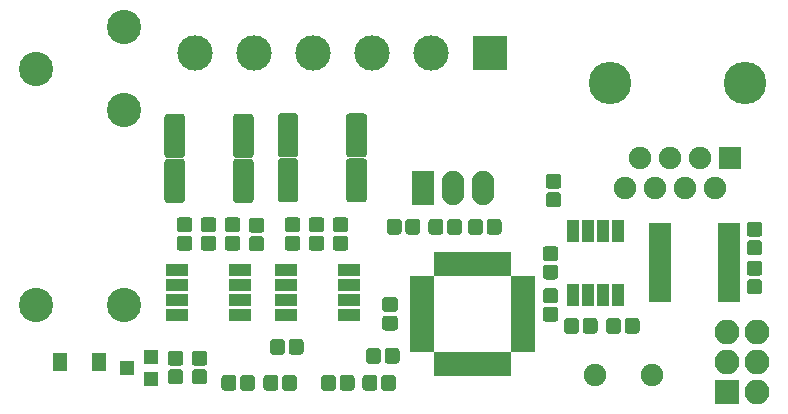
<source format=gbr>
G04 #@! TF.GenerationSoftware,KiCad,Pcbnew,(5.0.0)*
G04 #@! TF.CreationDate,2018-10-13T15:30:37-04:00*
G04 #@! TF.ProjectId,GLVColoumbCounterTest,474C56436F6C6F756D62436F756E7465,rev?*
G04 #@! TF.SameCoordinates,Original*
G04 #@! TF.FileFunction,Soldermask,Top*
G04 #@! TF.FilePolarity,Negative*
%FSLAX46Y46*%
G04 Gerber Fmt 4.6, Leading zero omitted, Abs format (unit mm)*
G04 Created by KiCad (PCBNEW (5.0.0)) date 10/13/18 15:30:37*
%MOMM*%
%LPD*%
G01*
G04 APERTURE LIST*
%ADD10C,2.900000*%
%ADD11R,2.000000X0.950000*%
%ADD12R,0.950000X2.000000*%
%ADD13C,3.600000*%
%ADD14R,1.900000X1.900000*%
%ADD15C,1.900000*%
%ADD16C,0.100000*%
%ADD17C,1.275000*%
%ADD18R,3.000000X3.000000*%
%ADD19C,3.000000*%
%ADD20R,1.300000X1.200000*%
%ADD21R,1.900000X2.900000*%
%ADD22O,1.900000X2.900000*%
%ADD23R,1.950000X1.000000*%
%ADD24R,1.000000X1.950000*%
%ADD25R,1.850000X0.850000*%
%ADD26C,1.750000*%
%ADD27R,2.100000X2.100000*%
%ADD28O,2.100000X2.100000*%
%ADD29R,1.300000X1.600000*%
G04 APERTURE END LIST*
D10*
G04 #@! TO.C,K1*
X109982000Y-54366000D03*
X102482000Y-50866000D03*
X109982000Y-47366000D03*
X102482000Y-70866000D03*
X109982000Y-70866000D03*
G04 #@! TD*
D11*
G04 #@! TO.C,U4*
X143696000Y-74428000D03*
X143696000Y-73628000D03*
X143696000Y-72828000D03*
X143696000Y-72028000D03*
X143696000Y-71228000D03*
X143696000Y-70428000D03*
X143696000Y-69628000D03*
X143696000Y-68828000D03*
D12*
X142246000Y-67378000D03*
X141446000Y-67378000D03*
X140646000Y-67378000D03*
X139846000Y-67378000D03*
X139046000Y-67378000D03*
X138246000Y-67378000D03*
X137446000Y-67378000D03*
X136646000Y-67378000D03*
D11*
X135196000Y-68828000D03*
X135196000Y-69628000D03*
X135196000Y-70428000D03*
X135196000Y-71228000D03*
X135196000Y-72028000D03*
X135196000Y-72828000D03*
X135196000Y-73628000D03*
X135196000Y-74428000D03*
D12*
X136646000Y-75878000D03*
X137446000Y-75878000D03*
X138246000Y-75878000D03*
X139046000Y-75878000D03*
X139846000Y-75878000D03*
X140646000Y-75878000D03*
X141446000Y-75878000D03*
X142246000Y-75878000D03*
G04 #@! TD*
D13*
G04 #@! TO.C,J2*
X151130000Y-52070000D03*
X162560000Y-52070000D03*
D14*
X161290000Y-58420000D03*
D15*
X160020000Y-60960000D03*
X158750000Y-58420000D03*
X157480000Y-60960000D03*
X156210000Y-58420000D03*
X154940000Y-60960000D03*
X153670000Y-58420000D03*
X152400000Y-60960000D03*
G04 #@! TD*
D16*
G04 #@! TO.C,C1*
G36*
X140049993Y-63588535D02*
X140080935Y-63593125D01*
X140111278Y-63600725D01*
X140140730Y-63611263D01*
X140169008Y-63624638D01*
X140195838Y-63640719D01*
X140220963Y-63659353D01*
X140244140Y-63680360D01*
X140265147Y-63703537D01*
X140283781Y-63728662D01*
X140299862Y-63755492D01*
X140313237Y-63783770D01*
X140323775Y-63813222D01*
X140331375Y-63843565D01*
X140335965Y-63874507D01*
X140337500Y-63905750D01*
X140337500Y-64618250D01*
X140335965Y-64649493D01*
X140331375Y-64680435D01*
X140323775Y-64710778D01*
X140313237Y-64740230D01*
X140299862Y-64768508D01*
X140283781Y-64795338D01*
X140265147Y-64820463D01*
X140244140Y-64843640D01*
X140220963Y-64864647D01*
X140195838Y-64883281D01*
X140169008Y-64899362D01*
X140140730Y-64912737D01*
X140111278Y-64923275D01*
X140080935Y-64930875D01*
X140049993Y-64935465D01*
X140018750Y-64937000D01*
X139381250Y-64937000D01*
X139350007Y-64935465D01*
X139319065Y-64930875D01*
X139288722Y-64923275D01*
X139259270Y-64912737D01*
X139230992Y-64899362D01*
X139204162Y-64883281D01*
X139179037Y-64864647D01*
X139155860Y-64843640D01*
X139134853Y-64820463D01*
X139116219Y-64795338D01*
X139100138Y-64768508D01*
X139086763Y-64740230D01*
X139076225Y-64710778D01*
X139068625Y-64680435D01*
X139064035Y-64649493D01*
X139062500Y-64618250D01*
X139062500Y-63905750D01*
X139064035Y-63874507D01*
X139068625Y-63843565D01*
X139076225Y-63813222D01*
X139086763Y-63783770D01*
X139100138Y-63755492D01*
X139116219Y-63728662D01*
X139134853Y-63703537D01*
X139155860Y-63680360D01*
X139179037Y-63659353D01*
X139204162Y-63640719D01*
X139230992Y-63624638D01*
X139259270Y-63611263D01*
X139288722Y-63600725D01*
X139319065Y-63593125D01*
X139350007Y-63588535D01*
X139381250Y-63587000D01*
X140018750Y-63587000D01*
X140049993Y-63588535D01*
X140049993Y-63588535D01*
G37*
D17*
X139700000Y-64262000D03*
D16*
G36*
X141624993Y-63588535D02*
X141655935Y-63593125D01*
X141686278Y-63600725D01*
X141715730Y-63611263D01*
X141744008Y-63624638D01*
X141770838Y-63640719D01*
X141795963Y-63659353D01*
X141819140Y-63680360D01*
X141840147Y-63703537D01*
X141858781Y-63728662D01*
X141874862Y-63755492D01*
X141888237Y-63783770D01*
X141898775Y-63813222D01*
X141906375Y-63843565D01*
X141910965Y-63874507D01*
X141912500Y-63905750D01*
X141912500Y-64618250D01*
X141910965Y-64649493D01*
X141906375Y-64680435D01*
X141898775Y-64710778D01*
X141888237Y-64740230D01*
X141874862Y-64768508D01*
X141858781Y-64795338D01*
X141840147Y-64820463D01*
X141819140Y-64843640D01*
X141795963Y-64864647D01*
X141770838Y-64883281D01*
X141744008Y-64899362D01*
X141715730Y-64912737D01*
X141686278Y-64923275D01*
X141655935Y-64930875D01*
X141624993Y-64935465D01*
X141593750Y-64937000D01*
X140956250Y-64937000D01*
X140925007Y-64935465D01*
X140894065Y-64930875D01*
X140863722Y-64923275D01*
X140834270Y-64912737D01*
X140805992Y-64899362D01*
X140779162Y-64883281D01*
X140754037Y-64864647D01*
X140730860Y-64843640D01*
X140709853Y-64820463D01*
X140691219Y-64795338D01*
X140675138Y-64768508D01*
X140661763Y-64740230D01*
X140651225Y-64710778D01*
X140643625Y-64680435D01*
X140639035Y-64649493D01*
X140637500Y-64618250D01*
X140637500Y-63905750D01*
X140639035Y-63874507D01*
X140643625Y-63843565D01*
X140651225Y-63813222D01*
X140661763Y-63783770D01*
X140675138Y-63755492D01*
X140691219Y-63728662D01*
X140709853Y-63703537D01*
X140730860Y-63680360D01*
X140754037Y-63659353D01*
X140779162Y-63640719D01*
X140805992Y-63624638D01*
X140834270Y-63611263D01*
X140863722Y-63600725D01*
X140894065Y-63593125D01*
X140925007Y-63588535D01*
X140956250Y-63587000D01*
X141593750Y-63587000D01*
X141624993Y-63588535D01*
X141624993Y-63588535D01*
G37*
D17*
X141275000Y-64262000D03*
G04 #@! TD*
D16*
G04 #@! TO.C,C2*
G36*
X163709493Y-63829035D02*
X163740435Y-63833625D01*
X163770778Y-63841225D01*
X163800230Y-63851763D01*
X163828508Y-63865138D01*
X163855338Y-63881219D01*
X163880463Y-63899853D01*
X163903640Y-63920860D01*
X163924647Y-63944037D01*
X163943281Y-63969162D01*
X163959362Y-63995992D01*
X163972737Y-64024270D01*
X163983275Y-64053722D01*
X163990875Y-64084065D01*
X163995465Y-64115007D01*
X163997000Y-64146250D01*
X163997000Y-64783750D01*
X163995465Y-64814993D01*
X163990875Y-64845935D01*
X163983275Y-64876278D01*
X163972737Y-64905730D01*
X163959362Y-64934008D01*
X163943281Y-64960838D01*
X163924647Y-64985963D01*
X163903640Y-65009140D01*
X163880463Y-65030147D01*
X163855338Y-65048781D01*
X163828508Y-65064862D01*
X163800230Y-65078237D01*
X163770778Y-65088775D01*
X163740435Y-65096375D01*
X163709493Y-65100965D01*
X163678250Y-65102500D01*
X162965750Y-65102500D01*
X162934507Y-65100965D01*
X162903565Y-65096375D01*
X162873222Y-65088775D01*
X162843770Y-65078237D01*
X162815492Y-65064862D01*
X162788662Y-65048781D01*
X162763537Y-65030147D01*
X162740360Y-65009140D01*
X162719353Y-64985963D01*
X162700719Y-64960838D01*
X162684638Y-64934008D01*
X162671263Y-64905730D01*
X162660725Y-64876278D01*
X162653125Y-64845935D01*
X162648535Y-64814993D01*
X162647000Y-64783750D01*
X162647000Y-64146250D01*
X162648535Y-64115007D01*
X162653125Y-64084065D01*
X162660725Y-64053722D01*
X162671263Y-64024270D01*
X162684638Y-63995992D01*
X162700719Y-63969162D01*
X162719353Y-63944037D01*
X162740360Y-63920860D01*
X162763537Y-63899853D01*
X162788662Y-63881219D01*
X162815492Y-63865138D01*
X162843770Y-63851763D01*
X162873222Y-63841225D01*
X162903565Y-63833625D01*
X162934507Y-63829035D01*
X162965750Y-63827500D01*
X163678250Y-63827500D01*
X163709493Y-63829035D01*
X163709493Y-63829035D01*
G37*
D17*
X163322000Y-64465000D03*
D16*
G36*
X163709493Y-65404035D02*
X163740435Y-65408625D01*
X163770778Y-65416225D01*
X163800230Y-65426763D01*
X163828508Y-65440138D01*
X163855338Y-65456219D01*
X163880463Y-65474853D01*
X163903640Y-65495860D01*
X163924647Y-65519037D01*
X163943281Y-65544162D01*
X163959362Y-65570992D01*
X163972737Y-65599270D01*
X163983275Y-65628722D01*
X163990875Y-65659065D01*
X163995465Y-65690007D01*
X163997000Y-65721250D01*
X163997000Y-66358750D01*
X163995465Y-66389993D01*
X163990875Y-66420935D01*
X163983275Y-66451278D01*
X163972737Y-66480730D01*
X163959362Y-66509008D01*
X163943281Y-66535838D01*
X163924647Y-66560963D01*
X163903640Y-66584140D01*
X163880463Y-66605147D01*
X163855338Y-66623781D01*
X163828508Y-66639862D01*
X163800230Y-66653237D01*
X163770778Y-66663775D01*
X163740435Y-66671375D01*
X163709493Y-66675965D01*
X163678250Y-66677500D01*
X162965750Y-66677500D01*
X162934507Y-66675965D01*
X162903565Y-66671375D01*
X162873222Y-66663775D01*
X162843770Y-66653237D01*
X162815492Y-66639862D01*
X162788662Y-66623781D01*
X162763537Y-66605147D01*
X162740360Y-66584140D01*
X162719353Y-66560963D01*
X162700719Y-66535838D01*
X162684638Y-66509008D01*
X162671263Y-66480730D01*
X162660725Y-66451278D01*
X162653125Y-66420935D01*
X162648535Y-66389993D01*
X162647000Y-66358750D01*
X162647000Y-65721250D01*
X162648535Y-65690007D01*
X162653125Y-65659065D01*
X162660725Y-65628722D01*
X162671263Y-65599270D01*
X162684638Y-65570992D01*
X162700719Y-65544162D01*
X162719353Y-65519037D01*
X162740360Y-65495860D01*
X162763537Y-65474853D01*
X162788662Y-65456219D01*
X162815492Y-65440138D01*
X162843770Y-65426763D01*
X162873222Y-65416225D01*
X162903565Y-65408625D01*
X162934507Y-65404035D01*
X162965750Y-65402500D01*
X163678250Y-65402500D01*
X163709493Y-65404035D01*
X163709493Y-65404035D01*
G37*
D17*
X163322000Y-66040000D03*
G04 #@! TD*
D16*
G04 #@! TO.C,C3*
G36*
X136696993Y-63588535D02*
X136727935Y-63593125D01*
X136758278Y-63600725D01*
X136787730Y-63611263D01*
X136816008Y-63624638D01*
X136842838Y-63640719D01*
X136867963Y-63659353D01*
X136891140Y-63680360D01*
X136912147Y-63703537D01*
X136930781Y-63728662D01*
X136946862Y-63755492D01*
X136960237Y-63783770D01*
X136970775Y-63813222D01*
X136978375Y-63843565D01*
X136982965Y-63874507D01*
X136984500Y-63905750D01*
X136984500Y-64618250D01*
X136982965Y-64649493D01*
X136978375Y-64680435D01*
X136970775Y-64710778D01*
X136960237Y-64740230D01*
X136946862Y-64768508D01*
X136930781Y-64795338D01*
X136912147Y-64820463D01*
X136891140Y-64843640D01*
X136867963Y-64864647D01*
X136842838Y-64883281D01*
X136816008Y-64899362D01*
X136787730Y-64912737D01*
X136758278Y-64923275D01*
X136727935Y-64930875D01*
X136696993Y-64935465D01*
X136665750Y-64937000D01*
X136028250Y-64937000D01*
X135997007Y-64935465D01*
X135966065Y-64930875D01*
X135935722Y-64923275D01*
X135906270Y-64912737D01*
X135877992Y-64899362D01*
X135851162Y-64883281D01*
X135826037Y-64864647D01*
X135802860Y-64843640D01*
X135781853Y-64820463D01*
X135763219Y-64795338D01*
X135747138Y-64768508D01*
X135733763Y-64740230D01*
X135723225Y-64710778D01*
X135715625Y-64680435D01*
X135711035Y-64649493D01*
X135709500Y-64618250D01*
X135709500Y-63905750D01*
X135711035Y-63874507D01*
X135715625Y-63843565D01*
X135723225Y-63813222D01*
X135733763Y-63783770D01*
X135747138Y-63755492D01*
X135763219Y-63728662D01*
X135781853Y-63703537D01*
X135802860Y-63680360D01*
X135826037Y-63659353D01*
X135851162Y-63640719D01*
X135877992Y-63624638D01*
X135906270Y-63611263D01*
X135935722Y-63600725D01*
X135966065Y-63593125D01*
X135997007Y-63588535D01*
X136028250Y-63587000D01*
X136665750Y-63587000D01*
X136696993Y-63588535D01*
X136696993Y-63588535D01*
G37*
D17*
X136347000Y-64262000D03*
D16*
G36*
X138271993Y-63588535D02*
X138302935Y-63593125D01*
X138333278Y-63600725D01*
X138362730Y-63611263D01*
X138391008Y-63624638D01*
X138417838Y-63640719D01*
X138442963Y-63659353D01*
X138466140Y-63680360D01*
X138487147Y-63703537D01*
X138505781Y-63728662D01*
X138521862Y-63755492D01*
X138535237Y-63783770D01*
X138545775Y-63813222D01*
X138553375Y-63843565D01*
X138557965Y-63874507D01*
X138559500Y-63905750D01*
X138559500Y-64618250D01*
X138557965Y-64649493D01*
X138553375Y-64680435D01*
X138545775Y-64710778D01*
X138535237Y-64740230D01*
X138521862Y-64768508D01*
X138505781Y-64795338D01*
X138487147Y-64820463D01*
X138466140Y-64843640D01*
X138442963Y-64864647D01*
X138417838Y-64883281D01*
X138391008Y-64899362D01*
X138362730Y-64912737D01*
X138333278Y-64923275D01*
X138302935Y-64930875D01*
X138271993Y-64935465D01*
X138240750Y-64937000D01*
X137603250Y-64937000D01*
X137572007Y-64935465D01*
X137541065Y-64930875D01*
X137510722Y-64923275D01*
X137481270Y-64912737D01*
X137452992Y-64899362D01*
X137426162Y-64883281D01*
X137401037Y-64864647D01*
X137377860Y-64843640D01*
X137356853Y-64820463D01*
X137338219Y-64795338D01*
X137322138Y-64768508D01*
X137308763Y-64740230D01*
X137298225Y-64710778D01*
X137290625Y-64680435D01*
X137286035Y-64649493D01*
X137284500Y-64618250D01*
X137284500Y-63905750D01*
X137286035Y-63874507D01*
X137290625Y-63843565D01*
X137298225Y-63813222D01*
X137308763Y-63783770D01*
X137322138Y-63755492D01*
X137338219Y-63728662D01*
X137356853Y-63703537D01*
X137377860Y-63680360D01*
X137401037Y-63659353D01*
X137426162Y-63640719D01*
X137452992Y-63624638D01*
X137481270Y-63611263D01*
X137510722Y-63600725D01*
X137541065Y-63593125D01*
X137572007Y-63588535D01*
X137603250Y-63587000D01*
X138240750Y-63587000D01*
X138271993Y-63588535D01*
X138271993Y-63588535D01*
G37*
D17*
X137922000Y-64262000D03*
G04 #@! TD*
D16*
G04 #@! TO.C,C4*
G36*
X146437493Y-67461535D02*
X146468435Y-67466125D01*
X146498778Y-67473725D01*
X146528230Y-67484263D01*
X146556508Y-67497638D01*
X146583338Y-67513719D01*
X146608463Y-67532353D01*
X146631640Y-67553360D01*
X146652647Y-67576537D01*
X146671281Y-67601662D01*
X146687362Y-67628492D01*
X146700737Y-67656770D01*
X146711275Y-67686222D01*
X146718875Y-67716565D01*
X146723465Y-67747507D01*
X146725000Y-67778750D01*
X146725000Y-68416250D01*
X146723465Y-68447493D01*
X146718875Y-68478435D01*
X146711275Y-68508778D01*
X146700737Y-68538230D01*
X146687362Y-68566508D01*
X146671281Y-68593338D01*
X146652647Y-68618463D01*
X146631640Y-68641640D01*
X146608463Y-68662647D01*
X146583338Y-68681281D01*
X146556508Y-68697362D01*
X146528230Y-68710737D01*
X146498778Y-68721275D01*
X146468435Y-68728875D01*
X146437493Y-68733465D01*
X146406250Y-68735000D01*
X145693750Y-68735000D01*
X145662507Y-68733465D01*
X145631565Y-68728875D01*
X145601222Y-68721275D01*
X145571770Y-68710737D01*
X145543492Y-68697362D01*
X145516662Y-68681281D01*
X145491537Y-68662647D01*
X145468360Y-68641640D01*
X145447353Y-68618463D01*
X145428719Y-68593338D01*
X145412638Y-68566508D01*
X145399263Y-68538230D01*
X145388725Y-68508778D01*
X145381125Y-68478435D01*
X145376535Y-68447493D01*
X145375000Y-68416250D01*
X145375000Y-67778750D01*
X145376535Y-67747507D01*
X145381125Y-67716565D01*
X145388725Y-67686222D01*
X145399263Y-67656770D01*
X145412638Y-67628492D01*
X145428719Y-67601662D01*
X145447353Y-67576537D01*
X145468360Y-67553360D01*
X145491537Y-67532353D01*
X145516662Y-67513719D01*
X145543492Y-67497638D01*
X145571770Y-67484263D01*
X145601222Y-67473725D01*
X145631565Y-67466125D01*
X145662507Y-67461535D01*
X145693750Y-67460000D01*
X146406250Y-67460000D01*
X146437493Y-67461535D01*
X146437493Y-67461535D01*
G37*
D17*
X146050000Y-68097500D03*
D16*
G36*
X146437493Y-65886535D02*
X146468435Y-65891125D01*
X146498778Y-65898725D01*
X146528230Y-65909263D01*
X146556508Y-65922638D01*
X146583338Y-65938719D01*
X146608463Y-65957353D01*
X146631640Y-65978360D01*
X146652647Y-66001537D01*
X146671281Y-66026662D01*
X146687362Y-66053492D01*
X146700737Y-66081770D01*
X146711275Y-66111222D01*
X146718875Y-66141565D01*
X146723465Y-66172507D01*
X146725000Y-66203750D01*
X146725000Y-66841250D01*
X146723465Y-66872493D01*
X146718875Y-66903435D01*
X146711275Y-66933778D01*
X146700737Y-66963230D01*
X146687362Y-66991508D01*
X146671281Y-67018338D01*
X146652647Y-67043463D01*
X146631640Y-67066640D01*
X146608463Y-67087647D01*
X146583338Y-67106281D01*
X146556508Y-67122362D01*
X146528230Y-67135737D01*
X146498778Y-67146275D01*
X146468435Y-67153875D01*
X146437493Y-67158465D01*
X146406250Y-67160000D01*
X145693750Y-67160000D01*
X145662507Y-67158465D01*
X145631565Y-67153875D01*
X145601222Y-67146275D01*
X145571770Y-67135737D01*
X145543492Y-67122362D01*
X145516662Y-67106281D01*
X145491537Y-67087647D01*
X145468360Y-67066640D01*
X145447353Y-67043463D01*
X145428719Y-67018338D01*
X145412638Y-66991508D01*
X145399263Y-66963230D01*
X145388725Y-66933778D01*
X145381125Y-66903435D01*
X145376535Y-66872493D01*
X145375000Y-66841250D01*
X145375000Y-66203750D01*
X145376535Y-66172507D01*
X145381125Y-66141565D01*
X145388725Y-66111222D01*
X145399263Y-66081770D01*
X145412638Y-66053492D01*
X145428719Y-66026662D01*
X145447353Y-66001537D01*
X145468360Y-65978360D01*
X145491537Y-65957353D01*
X145516662Y-65938719D01*
X145543492Y-65922638D01*
X145571770Y-65909263D01*
X145601222Y-65898725D01*
X145631565Y-65891125D01*
X145662507Y-65886535D01*
X145693750Y-65885000D01*
X146406250Y-65885000D01*
X146437493Y-65886535D01*
X146437493Y-65886535D01*
G37*
D17*
X146050000Y-66522500D03*
G04 #@! TD*
D16*
G04 #@! TO.C,C5*
G36*
X126625493Y-65023035D02*
X126656435Y-65027625D01*
X126686778Y-65035225D01*
X126716230Y-65045763D01*
X126744508Y-65059138D01*
X126771338Y-65075219D01*
X126796463Y-65093853D01*
X126819640Y-65114860D01*
X126840647Y-65138037D01*
X126859281Y-65163162D01*
X126875362Y-65189992D01*
X126888737Y-65218270D01*
X126899275Y-65247722D01*
X126906875Y-65278065D01*
X126911465Y-65309007D01*
X126913000Y-65340250D01*
X126913000Y-65977750D01*
X126911465Y-66008993D01*
X126906875Y-66039935D01*
X126899275Y-66070278D01*
X126888737Y-66099730D01*
X126875362Y-66128008D01*
X126859281Y-66154838D01*
X126840647Y-66179963D01*
X126819640Y-66203140D01*
X126796463Y-66224147D01*
X126771338Y-66242781D01*
X126744508Y-66258862D01*
X126716230Y-66272237D01*
X126686778Y-66282775D01*
X126656435Y-66290375D01*
X126625493Y-66294965D01*
X126594250Y-66296500D01*
X125881750Y-66296500D01*
X125850507Y-66294965D01*
X125819565Y-66290375D01*
X125789222Y-66282775D01*
X125759770Y-66272237D01*
X125731492Y-66258862D01*
X125704662Y-66242781D01*
X125679537Y-66224147D01*
X125656360Y-66203140D01*
X125635353Y-66179963D01*
X125616719Y-66154838D01*
X125600638Y-66128008D01*
X125587263Y-66099730D01*
X125576725Y-66070278D01*
X125569125Y-66039935D01*
X125564535Y-66008993D01*
X125563000Y-65977750D01*
X125563000Y-65340250D01*
X125564535Y-65309007D01*
X125569125Y-65278065D01*
X125576725Y-65247722D01*
X125587263Y-65218270D01*
X125600638Y-65189992D01*
X125616719Y-65163162D01*
X125635353Y-65138037D01*
X125656360Y-65114860D01*
X125679537Y-65093853D01*
X125704662Y-65075219D01*
X125731492Y-65059138D01*
X125759770Y-65045763D01*
X125789222Y-65035225D01*
X125819565Y-65027625D01*
X125850507Y-65023035D01*
X125881750Y-65021500D01*
X126594250Y-65021500D01*
X126625493Y-65023035D01*
X126625493Y-65023035D01*
G37*
D17*
X126238000Y-65659000D03*
D16*
G36*
X126625493Y-63448035D02*
X126656435Y-63452625D01*
X126686778Y-63460225D01*
X126716230Y-63470763D01*
X126744508Y-63484138D01*
X126771338Y-63500219D01*
X126796463Y-63518853D01*
X126819640Y-63539860D01*
X126840647Y-63563037D01*
X126859281Y-63588162D01*
X126875362Y-63614992D01*
X126888737Y-63643270D01*
X126899275Y-63672722D01*
X126906875Y-63703065D01*
X126911465Y-63734007D01*
X126913000Y-63765250D01*
X126913000Y-64402750D01*
X126911465Y-64433993D01*
X126906875Y-64464935D01*
X126899275Y-64495278D01*
X126888737Y-64524730D01*
X126875362Y-64553008D01*
X126859281Y-64579838D01*
X126840647Y-64604963D01*
X126819640Y-64628140D01*
X126796463Y-64649147D01*
X126771338Y-64667781D01*
X126744508Y-64683862D01*
X126716230Y-64697237D01*
X126686778Y-64707775D01*
X126656435Y-64715375D01*
X126625493Y-64719965D01*
X126594250Y-64721500D01*
X125881750Y-64721500D01*
X125850507Y-64719965D01*
X125819565Y-64715375D01*
X125789222Y-64707775D01*
X125759770Y-64697237D01*
X125731492Y-64683862D01*
X125704662Y-64667781D01*
X125679537Y-64649147D01*
X125656360Y-64628140D01*
X125635353Y-64604963D01*
X125616719Y-64579838D01*
X125600638Y-64553008D01*
X125587263Y-64524730D01*
X125576725Y-64495278D01*
X125569125Y-64464935D01*
X125564535Y-64433993D01*
X125563000Y-64402750D01*
X125563000Y-63765250D01*
X125564535Y-63734007D01*
X125569125Y-63703065D01*
X125576725Y-63672722D01*
X125587263Y-63643270D01*
X125600638Y-63614992D01*
X125616719Y-63588162D01*
X125635353Y-63563037D01*
X125656360Y-63539860D01*
X125679537Y-63518853D01*
X125704662Y-63500219D01*
X125731492Y-63484138D01*
X125759770Y-63470763D01*
X125789222Y-63460225D01*
X125819565Y-63452625D01*
X125850507Y-63448035D01*
X125881750Y-63446500D01*
X126594250Y-63446500D01*
X126625493Y-63448035D01*
X126625493Y-63448035D01*
G37*
D17*
X126238000Y-64084000D03*
G04 #@! TD*
D16*
G04 #@! TO.C,C6*
G36*
X117481493Y-63448035D02*
X117512435Y-63452625D01*
X117542778Y-63460225D01*
X117572230Y-63470763D01*
X117600508Y-63484138D01*
X117627338Y-63500219D01*
X117652463Y-63518853D01*
X117675640Y-63539860D01*
X117696647Y-63563037D01*
X117715281Y-63588162D01*
X117731362Y-63614992D01*
X117744737Y-63643270D01*
X117755275Y-63672722D01*
X117762875Y-63703065D01*
X117767465Y-63734007D01*
X117769000Y-63765250D01*
X117769000Y-64402750D01*
X117767465Y-64433993D01*
X117762875Y-64464935D01*
X117755275Y-64495278D01*
X117744737Y-64524730D01*
X117731362Y-64553008D01*
X117715281Y-64579838D01*
X117696647Y-64604963D01*
X117675640Y-64628140D01*
X117652463Y-64649147D01*
X117627338Y-64667781D01*
X117600508Y-64683862D01*
X117572230Y-64697237D01*
X117542778Y-64707775D01*
X117512435Y-64715375D01*
X117481493Y-64719965D01*
X117450250Y-64721500D01*
X116737750Y-64721500D01*
X116706507Y-64719965D01*
X116675565Y-64715375D01*
X116645222Y-64707775D01*
X116615770Y-64697237D01*
X116587492Y-64683862D01*
X116560662Y-64667781D01*
X116535537Y-64649147D01*
X116512360Y-64628140D01*
X116491353Y-64604963D01*
X116472719Y-64579838D01*
X116456638Y-64553008D01*
X116443263Y-64524730D01*
X116432725Y-64495278D01*
X116425125Y-64464935D01*
X116420535Y-64433993D01*
X116419000Y-64402750D01*
X116419000Y-63765250D01*
X116420535Y-63734007D01*
X116425125Y-63703065D01*
X116432725Y-63672722D01*
X116443263Y-63643270D01*
X116456638Y-63614992D01*
X116472719Y-63588162D01*
X116491353Y-63563037D01*
X116512360Y-63539860D01*
X116535537Y-63518853D01*
X116560662Y-63500219D01*
X116587492Y-63484138D01*
X116615770Y-63470763D01*
X116645222Y-63460225D01*
X116675565Y-63452625D01*
X116706507Y-63448035D01*
X116737750Y-63446500D01*
X117450250Y-63446500D01*
X117481493Y-63448035D01*
X117481493Y-63448035D01*
G37*
D17*
X117094000Y-64084000D03*
D16*
G36*
X117481493Y-65023035D02*
X117512435Y-65027625D01*
X117542778Y-65035225D01*
X117572230Y-65045763D01*
X117600508Y-65059138D01*
X117627338Y-65075219D01*
X117652463Y-65093853D01*
X117675640Y-65114860D01*
X117696647Y-65138037D01*
X117715281Y-65163162D01*
X117731362Y-65189992D01*
X117744737Y-65218270D01*
X117755275Y-65247722D01*
X117762875Y-65278065D01*
X117767465Y-65309007D01*
X117769000Y-65340250D01*
X117769000Y-65977750D01*
X117767465Y-66008993D01*
X117762875Y-66039935D01*
X117755275Y-66070278D01*
X117744737Y-66099730D01*
X117731362Y-66128008D01*
X117715281Y-66154838D01*
X117696647Y-66179963D01*
X117675640Y-66203140D01*
X117652463Y-66224147D01*
X117627338Y-66242781D01*
X117600508Y-66258862D01*
X117572230Y-66272237D01*
X117542778Y-66282775D01*
X117512435Y-66290375D01*
X117481493Y-66294965D01*
X117450250Y-66296500D01*
X116737750Y-66296500D01*
X116706507Y-66294965D01*
X116675565Y-66290375D01*
X116645222Y-66282775D01*
X116615770Y-66272237D01*
X116587492Y-66258862D01*
X116560662Y-66242781D01*
X116535537Y-66224147D01*
X116512360Y-66203140D01*
X116491353Y-66179963D01*
X116472719Y-66154838D01*
X116456638Y-66128008D01*
X116443263Y-66099730D01*
X116432725Y-66070278D01*
X116425125Y-66039935D01*
X116420535Y-66008993D01*
X116419000Y-65977750D01*
X116419000Y-65340250D01*
X116420535Y-65309007D01*
X116425125Y-65278065D01*
X116432725Y-65247722D01*
X116443263Y-65218270D01*
X116456638Y-65189992D01*
X116472719Y-65163162D01*
X116491353Y-65138037D01*
X116512360Y-65114860D01*
X116535537Y-65093853D01*
X116560662Y-65075219D01*
X116587492Y-65059138D01*
X116615770Y-65045763D01*
X116645222Y-65035225D01*
X116675565Y-65027625D01*
X116706507Y-65023035D01*
X116737750Y-65021500D01*
X117450250Y-65021500D01*
X117481493Y-65023035D01*
X117481493Y-65023035D01*
G37*
D17*
X117094000Y-65659000D03*
G04 #@! TD*
D16*
G04 #@! TO.C,C7*
G36*
X146437493Y-69468035D02*
X146468435Y-69472625D01*
X146498778Y-69480225D01*
X146528230Y-69490763D01*
X146556508Y-69504138D01*
X146583338Y-69520219D01*
X146608463Y-69538853D01*
X146631640Y-69559860D01*
X146652647Y-69583037D01*
X146671281Y-69608162D01*
X146687362Y-69634992D01*
X146700737Y-69663270D01*
X146711275Y-69692722D01*
X146718875Y-69723065D01*
X146723465Y-69754007D01*
X146725000Y-69785250D01*
X146725000Y-70422750D01*
X146723465Y-70453993D01*
X146718875Y-70484935D01*
X146711275Y-70515278D01*
X146700737Y-70544730D01*
X146687362Y-70573008D01*
X146671281Y-70599838D01*
X146652647Y-70624963D01*
X146631640Y-70648140D01*
X146608463Y-70669147D01*
X146583338Y-70687781D01*
X146556508Y-70703862D01*
X146528230Y-70717237D01*
X146498778Y-70727775D01*
X146468435Y-70735375D01*
X146437493Y-70739965D01*
X146406250Y-70741500D01*
X145693750Y-70741500D01*
X145662507Y-70739965D01*
X145631565Y-70735375D01*
X145601222Y-70727775D01*
X145571770Y-70717237D01*
X145543492Y-70703862D01*
X145516662Y-70687781D01*
X145491537Y-70669147D01*
X145468360Y-70648140D01*
X145447353Y-70624963D01*
X145428719Y-70599838D01*
X145412638Y-70573008D01*
X145399263Y-70544730D01*
X145388725Y-70515278D01*
X145381125Y-70484935D01*
X145376535Y-70453993D01*
X145375000Y-70422750D01*
X145375000Y-69785250D01*
X145376535Y-69754007D01*
X145381125Y-69723065D01*
X145388725Y-69692722D01*
X145399263Y-69663270D01*
X145412638Y-69634992D01*
X145428719Y-69608162D01*
X145447353Y-69583037D01*
X145468360Y-69559860D01*
X145491537Y-69538853D01*
X145516662Y-69520219D01*
X145543492Y-69504138D01*
X145571770Y-69490763D01*
X145601222Y-69480225D01*
X145631565Y-69472625D01*
X145662507Y-69468035D01*
X145693750Y-69466500D01*
X146406250Y-69466500D01*
X146437493Y-69468035D01*
X146437493Y-69468035D01*
G37*
D17*
X146050000Y-70104000D03*
D16*
G36*
X146437493Y-71043035D02*
X146468435Y-71047625D01*
X146498778Y-71055225D01*
X146528230Y-71065763D01*
X146556508Y-71079138D01*
X146583338Y-71095219D01*
X146608463Y-71113853D01*
X146631640Y-71134860D01*
X146652647Y-71158037D01*
X146671281Y-71183162D01*
X146687362Y-71209992D01*
X146700737Y-71238270D01*
X146711275Y-71267722D01*
X146718875Y-71298065D01*
X146723465Y-71329007D01*
X146725000Y-71360250D01*
X146725000Y-71997750D01*
X146723465Y-72028993D01*
X146718875Y-72059935D01*
X146711275Y-72090278D01*
X146700737Y-72119730D01*
X146687362Y-72148008D01*
X146671281Y-72174838D01*
X146652647Y-72199963D01*
X146631640Y-72223140D01*
X146608463Y-72244147D01*
X146583338Y-72262781D01*
X146556508Y-72278862D01*
X146528230Y-72292237D01*
X146498778Y-72302775D01*
X146468435Y-72310375D01*
X146437493Y-72314965D01*
X146406250Y-72316500D01*
X145693750Y-72316500D01*
X145662507Y-72314965D01*
X145631565Y-72310375D01*
X145601222Y-72302775D01*
X145571770Y-72292237D01*
X145543492Y-72278862D01*
X145516662Y-72262781D01*
X145491537Y-72244147D01*
X145468360Y-72223140D01*
X145447353Y-72199963D01*
X145428719Y-72174838D01*
X145412638Y-72148008D01*
X145399263Y-72119730D01*
X145388725Y-72090278D01*
X145381125Y-72059935D01*
X145376535Y-72028993D01*
X145375000Y-71997750D01*
X145375000Y-71360250D01*
X145376535Y-71329007D01*
X145381125Y-71298065D01*
X145388725Y-71267722D01*
X145399263Y-71238270D01*
X145412638Y-71209992D01*
X145428719Y-71183162D01*
X145447353Y-71158037D01*
X145468360Y-71134860D01*
X145491537Y-71113853D01*
X145516662Y-71095219D01*
X145543492Y-71079138D01*
X145571770Y-71065763D01*
X145601222Y-71055225D01*
X145631565Y-71047625D01*
X145662507Y-71043035D01*
X145693750Y-71041500D01*
X146406250Y-71041500D01*
X146437493Y-71043035D01*
X146437493Y-71043035D01*
G37*
D17*
X146050000Y-71679000D03*
G04 #@! TD*
D16*
G04 #@! TO.C,D1*
G36*
X132683993Y-76796535D02*
X132714935Y-76801125D01*
X132745278Y-76808725D01*
X132774730Y-76819263D01*
X132803008Y-76832638D01*
X132829838Y-76848719D01*
X132854963Y-76867353D01*
X132878140Y-76888360D01*
X132899147Y-76911537D01*
X132917781Y-76936662D01*
X132933862Y-76963492D01*
X132947237Y-76991770D01*
X132957775Y-77021222D01*
X132965375Y-77051565D01*
X132969965Y-77082507D01*
X132971500Y-77113750D01*
X132971500Y-77826250D01*
X132969965Y-77857493D01*
X132965375Y-77888435D01*
X132957775Y-77918778D01*
X132947237Y-77948230D01*
X132933862Y-77976508D01*
X132917781Y-78003338D01*
X132899147Y-78028463D01*
X132878140Y-78051640D01*
X132854963Y-78072647D01*
X132829838Y-78091281D01*
X132803008Y-78107362D01*
X132774730Y-78120737D01*
X132745278Y-78131275D01*
X132714935Y-78138875D01*
X132683993Y-78143465D01*
X132652750Y-78145000D01*
X132015250Y-78145000D01*
X131984007Y-78143465D01*
X131953065Y-78138875D01*
X131922722Y-78131275D01*
X131893270Y-78120737D01*
X131864992Y-78107362D01*
X131838162Y-78091281D01*
X131813037Y-78072647D01*
X131789860Y-78051640D01*
X131768853Y-78028463D01*
X131750219Y-78003338D01*
X131734138Y-77976508D01*
X131720763Y-77948230D01*
X131710225Y-77918778D01*
X131702625Y-77888435D01*
X131698035Y-77857493D01*
X131696500Y-77826250D01*
X131696500Y-77113750D01*
X131698035Y-77082507D01*
X131702625Y-77051565D01*
X131710225Y-77021222D01*
X131720763Y-76991770D01*
X131734138Y-76963492D01*
X131750219Y-76936662D01*
X131768853Y-76911537D01*
X131789860Y-76888360D01*
X131813037Y-76867353D01*
X131838162Y-76848719D01*
X131864992Y-76832638D01*
X131893270Y-76819263D01*
X131922722Y-76808725D01*
X131953065Y-76801125D01*
X131984007Y-76796535D01*
X132015250Y-76795000D01*
X132652750Y-76795000D01*
X132683993Y-76796535D01*
X132683993Y-76796535D01*
G37*
D17*
X132334000Y-77470000D03*
D16*
G36*
X131108993Y-76796535D02*
X131139935Y-76801125D01*
X131170278Y-76808725D01*
X131199730Y-76819263D01*
X131228008Y-76832638D01*
X131254838Y-76848719D01*
X131279963Y-76867353D01*
X131303140Y-76888360D01*
X131324147Y-76911537D01*
X131342781Y-76936662D01*
X131358862Y-76963492D01*
X131372237Y-76991770D01*
X131382775Y-77021222D01*
X131390375Y-77051565D01*
X131394965Y-77082507D01*
X131396500Y-77113750D01*
X131396500Y-77826250D01*
X131394965Y-77857493D01*
X131390375Y-77888435D01*
X131382775Y-77918778D01*
X131372237Y-77948230D01*
X131358862Y-77976508D01*
X131342781Y-78003338D01*
X131324147Y-78028463D01*
X131303140Y-78051640D01*
X131279963Y-78072647D01*
X131254838Y-78091281D01*
X131228008Y-78107362D01*
X131199730Y-78120737D01*
X131170278Y-78131275D01*
X131139935Y-78138875D01*
X131108993Y-78143465D01*
X131077750Y-78145000D01*
X130440250Y-78145000D01*
X130409007Y-78143465D01*
X130378065Y-78138875D01*
X130347722Y-78131275D01*
X130318270Y-78120737D01*
X130289992Y-78107362D01*
X130263162Y-78091281D01*
X130238037Y-78072647D01*
X130214860Y-78051640D01*
X130193853Y-78028463D01*
X130175219Y-78003338D01*
X130159138Y-77976508D01*
X130145763Y-77948230D01*
X130135225Y-77918778D01*
X130127625Y-77888435D01*
X130123035Y-77857493D01*
X130121500Y-77826250D01*
X130121500Y-77113750D01*
X130123035Y-77082507D01*
X130127625Y-77051565D01*
X130135225Y-77021222D01*
X130145763Y-76991770D01*
X130159138Y-76963492D01*
X130175219Y-76936662D01*
X130193853Y-76911537D01*
X130214860Y-76888360D01*
X130238037Y-76867353D01*
X130263162Y-76848719D01*
X130289992Y-76832638D01*
X130318270Y-76819263D01*
X130347722Y-76808725D01*
X130378065Y-76801125D01*
X130409007Y-76796535D01*
X130440250Y-76795000D01*
X131077750Y-76795000D01*
X131108993Y-76796535D01*
X131108993Y-76796535D01*
G37*
D17*
X130759000Y-77470000D03*
G04 #@! TD*
D16*
G04 #@! TO.C,D2*
G36*
X122726993Y-76796535D02*
X122757935Y-76801125D01*
X122788278Y-76808725D01*
X122817730Y-76819263D01*
X122846008Y-76832638D01*
X122872838Y-76848719D01*
X122897963Y-76867353D01*
X122921140Y-76888360D01*
X122942147Y-76911537D01*
X122960781Y-76936662D01*
X122976862Y-76963492D01*
X122990237Y-76991770D01*
X123000775Y-77021222D01*
X123008375Y-77051565D01*
X123012965Y-77082507D01*
X123014500Y-77113750D01*
X123014500Y-77826250D01*
X123012965Y-77857493D01*
X123008375Y-77888435D01*
X123000775Y-77918778D01*
X122990237Y-77948230D01*
X122976862Y-77976508D01*
X122960781Y-78003338D01*
X122942147Y-78028463D01*
X122921140Y-78051640D01*
X122897963Y-78072647D01*
X122872838Y-78091281D01*
X122846008Y-78107362D01*
X122817730Y-78120737D01*
X122788278Y-78131275D01*
X122757935Y-78138875D01*
X122726993Y-78143465D01*
X122695750Y-78145000D01*
X122058250Y-78145000D01*
X122027007Y-78143465D01*
X121996065Y-78138875D01*
X121965722Y-78131275D01*
X121936270Y-78120737D01*
X121907992Y-78107362D01*
X121881162Y-78091281D01*
X121856037Y-78072647D01*
X121832860Y-78051640D01*
X121811853Y-78028463D01*
X121793219Y-78003338D01*
X121777138Y-77976508D01*
X121763763Y-77948230D01*
X121753225Y-77918778D01*
X121745625Y-77888435D01*
X121741035Y-77857493D01*
X121739500Y-77826250D01*
X121739500Y-77113750D01*
X121741035Y-77082507D01*
X121745625Y-77051565D01*
X121753225Y-77021222D01*
X121763763Y-76991770D01*
X121777138Y-76963492D01*
X121793219Y-76936662D01*
X121811853Y-76911537D01*
X121832860Y-76888360D01*
X121856037Y-76867353D01*
X121881162Y-76848719D01*
X121907992Y-76832638D01*
X121936270Y-76819263D01*
X121965722Y-76808725D01*
X121996065Y-76801125D01*
X122027007Y-76796535D01*
X122058250Y-76795000D01*
X122695750Y-76795000D01*
X122726993Y-76796535D01*
X122726993Y-76796535D01*
G37*
D17*
X122377000Y-77470000D03*
D16*
G36*
X124301993Y-76796535D02*
X124332935Y-76801125D01*
X124363278Y-76808725D01*
X124392730Y-76819263D01*
X124421008Y-76832638D01*
X124447838Y-76848719D01*
X124472963Y-76867353D01*
X124496140Y-76888360D01*
X124517147Y-76911537D01*
X124535781Y-76936662D01*
X124551862Y-76963492D01*
X124565237Y-76991770D01*
X124575775Y-77021222D01*
X124583375Y-77051565D01*
X124587965Y-77082507D01*
X124589500Y-77113750D01*
X124589500Y-77826250D01*
X124587965Y-77857493D01*
X124583375Y-77888435D01*
X124575775Y-77918778D01*
X124565237Y-77948230D01*
X124551862Y-77976508D01*
X124535781Y-78003338D01*
X124517147Y-78028463D01*
X124496140Y-78051640D01*
X124472963Y-78072647D01*
X124447838Y-78091281D01*
X124421008Y-78107362D01*
X124392730Y-78120737D01*
X124363278Y-78131275D01*
X124332935Y-78138875D01*
X124301993Y-78143465D01*
X124270750Y-78145000D01*
X123633250Y-78145000D01*
X123602007Y-78143465D01*
X123571065Y-78138875D01*
X123540722Y-78131275D01*
X123511270Y-78120737D01*
X123482992Y-78107362D01*
X123456162Y-78091281D01*
X123431037Y-78072647D01*
X123407860Y-78051640D01*
X123386853Y-78028463D01*
X123368219Y-78003338D01*
X123352138Y-77976508D01*
X123338763Y-77948230D01*
X123328225Y-77918778D01*
X123320625Y-77888435D01*
X123316035Y-77857493D01*
X123314500Y-77826250D01*
X123314500Y-77113750D01*
X123316035Y-77082507D01*
X123320625Y-77051565D01*
X123328225Y-77021222D01*
X123338763Y-76991770D01*
X123352138Y-76963492D01*
X123368219Y-76936662D01*
X123386853Y-76911537D01*
X123407860Y-76888360D01*
X123431037Y-76867353D01*
X123456162Y-76848719D01*
X123482992Y-76832638D01*
X123511270Y-76819263D01*
X123540722Y-76808725D01*
X123571065Y-76801125D01*
X123602007Y-76796535D01*
X123633250Y-76795000D01*
X124270750Y-76795000D01*
X124301993Y-76796535D01*
X124301993Y-76796535D01*
G37*
D17*
X123952000Y-77470000D03*
G04 #@! TD*
D18*
G04 #@! TO.C,J1*
X140970000Y-49530000D03*
D19*
X135970000Y-49530000D03*
X130970000Y-49530000D03*
X125970000Y-49530000D03*
X120970000Y-49530000D03*
X115970000Y-49530000D03*
G04 #@! TD*
D20*
G04 #@! TO.C,Q1*
X112236000Y-77150000D03*
X112236000Y-75250000D03*
X110236000Y-76200000D03*
G04 #@! TD*
D16*
G04 #@! TO.C,R2*
G36*
X116719493Y-76326035D02*
X116750435Y-76330625D01*
X116780778Y-76338225D01*
X116810230Y-76348763D01*
X116838508Y-76362138D01*
X116865338Y-76378219D01*
X116890463Y-76396853D01*
X116913640Y-76417860D01*
X116934647Y-76441037D01*
X116953281Y-76466162D01*
X116969362Y-76492992D01*
X116982737Y-76521270D01*
X116993275Y-76550722D01*
X117000875Y-76581065D01*
X117005465Y-76612007D01*
X117007000Y-76643250D01*
X117007000Y-77280750D01*
X117005465Y-77311993D01*
X117000875Y-77342935D01*
X116993275Y-77373278D01*
X116982737Y-77402730D01*
X116969362Y-77431008D01*
X116953281Y-77457838D01*
X116934647Y-77482963D01*
X116913640Y-77506140D01*
X116890463Y-77527147D01*
X116865338Y-77545781D01*
X116838508Y-77561862D01*
X116810230Y-77575237D01*
X116780778Y-77585775D01*
X116750435Y-77593375D01*
X116719493Y-77597965D01*
X116688250Y-77599500D01*
X115975750Y-77599500D01*
X115944507Y-77597965D01*
X115913565Y-77593375D01*
X115883222Y-77585775D01*
X115853770Y-77575237D01*
X115825492Y-77561862D01*
X115798662Y-77545781D01*
X115773537Y-77527147D01*
X115750360Y-77506140D01*
X115729353Y-77482963D01*
X115710719Y-77457838D01*
X115694638Y-77431008D01*
X115681263Y-77402730D01*
X115670725Y-77373278D01*
X115663125Y-77342935D01*
X115658535Y-77311993D01*
X115657000Y-77280750D01*
X115657000Y-76643250D01*
X115658535Y-76612007D01*
X115663125Y-76581065D01*
X115670725Y-76550722D01*
X115681263Y-76521270D01*
X115694638Y-76492992D01*
X115710719Y-76466162D01*
X115729353Y-76441037D01*
X115750360Y-76417860D01*
X115773537Y-76396853D01*
X115798662Y-76378219D01*
X115825492Y-76362138D01*
X115853770Y-76348763D01*
X115883222Y-76338225D01*
X115913565Y-76330625D01*
X115944507Y-76326035D01*
X115975750Y-76324500D01*
X116688250Y-76324500D01*
X116719493Y-76326035D01*
X116719493Y-76326035D01*
G37*
D17*
X116332000Y-76962000D03*
D16*
G36*
X116719493Y-74751035D02*
X116750435Y-74755625D01*
X116780778Y-74763225D01*
X116810230Y-74773763D01*
X116838508Y-74787138D01*
X116865338Y-74803219D01*
X116890463Y-74821853D01*
X116913640Y-74842860D01*
X116934647Y-74866037D01*
X116953281Y-74891162D01*
X116969362Y-74917992D01*
X116982737Y-74946270D01*
X116993275Y-74975722D01*
X117000875Y-75006065D01*
X117005465Y-75037007D01*
X117007000Y-75068250D01*
X117007000Y-75705750D01*
X117005465Y-75736993D01*
X117000875Y-75767935D01*
X116993275Y-75798278D01*
X116982737Y-75827730D01*
X116969362Y-75856008D01*
X116953281Y-75882838D01*
X116934647Y-75907963D01*
X116913640Y-75931140D01*
X116890463Y-75952147D01*
X116865338Y-75970781D01*
X116838508Y-75986862D01*
X116810230Y-76000237D01*
X116780778Y-76010775D01*
X116750435Y-76018375D01*
X116719493Y-76022965D01*
X116688250Y-76024500D01*
X115975750Y-76024500D01*
X115944507Y-76022965D01*
X115913565Y-76018375D01*
X115883222Y-76010775D01*
X115853770Y-76000237D01*
X115825492Y-75986862D01*
X115798662Y-75970781D01*
X115773537Y-75952147D01*
X115750360Y-75931140D01*
X115729353Y-75907963D01*
X115710719Y-75882838D01*
X115694638Y-75856008D01*
X115681263Y-75827730D01*
X115670725Y-75798278D01*
X115663125Y-75767935D01*
X115658535Y-75736993D01*
X115657000Y-75705750D01*
X115657000Y-75068250D01*
X115658535Y-75037007D01*
X115663125Y-75006065D01*
X115670725Y-74975722D01*
X115681263Y-74946270D01*
X115694638Y-74917992D01*
X115710719Y-74891162D01*
X115729353Y-74866037D01*
X115750360Y-74842860D01*
X115773537Y-74821853D01*
X115798662Y-74803219D01*
X115825492Y-74787138D01*
X115853770Y-74773763D01*
X115883222Y-74763225D01*
X115913565Y-74755625D01*
X115944507Y-74751035D01*
X115975750Y-74749500D01*
X116688250Y-74749500D01*
X116719493Y-74751035D01*
X116719493Y-74751035D01*
G37*
D17*
X116332000Y-75387000D03*
G04 #@! TD*
D16*
G04 #@! TO.C,R3*
G36*
X129178993Y-76796535D02*
X129209935Y-76801125D01*
X129240278Y-76808725D01*
X129269730Y-76819263D01*
X129298008Y-76832638D01*
X129324838Y-76848719D01*
X129349963Y-76867353D01*
X129373140Y-76888360D01*
X129394147Y-76911537D01*
X129412781Y-76936662D01*
X129428862Y-76963492D01*
X129442237Y-76991770D01*
X129452775Y-77021222D01*
X129460375Y-77051565D01*
X129464965Y-77082507D01*
X129466500Y-77113750D01*
X129466500Y-77826250D01*
X129464965Y-77857493D01*
X129460375Y-77888435D01*
X129452775Y-77918778D01*
X129442237Y-77948230D01*
X129428862Y-77976508D01*
X129412781Y-78003338D01*
X129394147Y-78028463D01*
X129373140Y-78051640D01*
X129349963Y-78072647D01*
X129324838Y-78091281D01*
X129298008Y-78107362D01*
X129269730Y-78120737D01*
X129240278Y-78131275D01*
X129209935Y-78138875D01*
X129178993Y-78143465D01*
X129147750Y-78145000D01*
X128510250Y-78145000D01*
X128479007Y-78143465D01*
X128448065Y-78138875D01*
X128417722Y-78131275D01*
X128388270Y-78120737D01*
X128359992Y-78107362D01*
X128333162Y-78091281D01*
X128308037Y-78072647D01*
X128284860Y-78051640D01*
X128263853Y-78028463D01*
X128245219Y-78003338D01*
X128229138Y-77976508D01*
X128215763Y-77948230D01*
X128205225Y-77918778D01*
X128197625Y-77888435D01*
X128193035Y-77857493D01*
X128191500Y-77826250D01*
X128191500Y-77113750D01*
X128193035Y-77082507D01*
X128197625Y-77051565D01*
X128205225Y-77021222D01*
X128215763Y-76991770D01*
X128229138Y-76963492D01*
X128245219Y-76936662D01*
X128263853Y-76911537D01*
X128284860Y-76888360D01*
X128308037Y-76867353D01*
X128333162Y-76848719D01*
X128359992Y-76832638D01*
X128388270Y-76819263D01*
X128417722Y-76808725D01*
X128448065Y-76801125D01*
X128479007Y-76796535D01*
X128510250Y-76795000D01*
X129147750Y-76795000D01*
X129178993Y-76796535D01*
X129178993Y-76796535D01*
G37*
D17*
X128829000Y-77470000D03*
D16*
G36*
X127603993Y-76796535D02*
X127634935Y-76801125D01*
X127665278Y-76808725D01*
X127694730Y-76819263D01*
X127723008Y-76832638D01*
X127749838Y-76848719D01*
X127774963Y-76867353D01*
X127798140Y-76888360D01*
X127819147Y-76911537D01*
X127837781Y-76936662D01*
X127853862Y-76963492D01*
X127867237Y-76991770D01*
X127877775Y-77021222D01*
X127885375Y-77051565D01*
X127889965Y-77082507D01*
X127891500Y-77113750D01*
X127891500Y-77826250D01*
X127889965Y-77857493D01*
X127885375Y-77888435D01*
X127877775Y-77918778D01*
X127867237Y-77948230D01*
X127853862Y-77976508D01*
X127837781Y-78003338D01*
X127819147Y-78028463D01*
X127798140Y-78051640D01*
X127774963Y-78072647D01*
X127749838Y-78091281D01*
X127723008Y-78107362D01*
X127694730Y-78120737D01*
X127665278Y-78131275D01*
X127634935Y-78138875D01*
X127603993Y-78143465D01*
X127572750Y-78145000D01*
X126935250Y-78145000D01*
X126904007Y-78143465D01*
X126873065Y-78138875D01*
X126842722Y-78131275D01*
X126813270Y-78120737D01*
X126784992Y-78107362D01*
X126758162Y-78091281D01*
X126733037Y-78072647D01*
X126709860Y-78051640D01*
X126688853Y-78028463D01*
X126670219Y-78003338D01*
X126654138Y-77976508D01*
X126640763Y-77948230D01*
X126630225Y-77918778D01*
X126622625Y-77888435D01*
X126618035Y-77857493D01*
X126616500Y-77826250D01*
X126616500Y-77113750D01*
X126618035Y-77082507D01*
X126622625Y-77051565D01*
X126630225Y-77021222D01*
X126640763Y-76991770D01*
X126654138Y-76963492D01*
X126670219Y-76936662D01*
X126688853Y-76911537D01*
X126709860Y-76888360D01*
X126733037Y-76867353D01*
X126758162Y-76848719D01*
X126784992Y-76832638D01*
X126813270Y-76819263D01*
X126842722Y-76808725D01*
X126873065Y-76801125D01*
X126904007Y-76796535D01*
X126935250Y-76795000D01*
X127572750Y-76795000D01*
X127603993Y-76796535D01*
X127603993Y-76796535D01*
G37*
D17*
X127254000Y-77470000D03*
G04 #@! TD*
D16*
G04 #@! TO.C,R4*
G36*
X119170993Y-76796535D02*
X119201935Y-76801125D01*
X119232278Y-76808725D01*
X119261730Y-76819263D01*
X119290008Y-76832638D01*
X119316838Y-76848719D01*
X119341963Y-76867353D01*
X119365140Y-76888360D01*
X119386147Y-76911537D01*
X119404781Y-76936662D01*
X119420862Y-76963492D01*
X119434237Y-76991770D01*
X119444775Y-77021222D01*
X119452375Y-77051565D01*
X119456965Y-77082507D01*
X119458500Y-77113750D01*
X119458500Y-77826250D01*
X119456965Y-77857493D01*
X119452375Y-77888435D01*
X119444775Y-77918778D01*
X119434237Y-77948230D01*
X119420862Y-77976508D01*
X119404781Y-78003338D01*
X119386147Y-78028463D01*
X119365140Y-78051640D01*
X119341963Y-78072647D01*
X119316838Y-78091281D01*
X119290008Y-78107362D01*
X119261730Y-78120737D01*
X119232278Y-78131275D01*
X119201935Y-78138875D01*
X119170993Y-78143465D01*
X119139750Y-78145000D01*
X118502250Y-78145000D01*
X118471007Y-78143465D01*
X118440065Y-78138875D01*
X118409722Y-78131275D01*
X118380270Y-78120737D01*
X118351992Y-78107362D01*
X118325162Y-78091281D01*
X118300037Y-78072647D01*
X118276860Y-78051640D01*
X118255853Y-78028463D01*
X118237219Y-78003338D01*
X118221138Y-77976508D01*
X118207763Y-77948230D01*
X118197225Y-77918778D01*
X118189625Y-77888435D01*
X118185035Y-77857493D01*
X118183500Y-77826250D01*
X118183500Y-77113750D01*
X118185035Y-77082507D01*
X118189625Y-77051565D01*
X118197225Y-77021222D01*
X118207763Y-76991770D01*
X118221138Y-76963492D01*
X118237219Y-76936662D01*
X118255853Y-76911537D01*
X118276860Y-76888360D01*
X118300037Y-76867353D01*
X118325162Y-76848719D01*
X118351992Y-76832638D01*
X118380270Y-76819263D01*
X118409722Y-76808725D01*
X118440065Y-76801125D01*
X118471007Y-76796535D01*
X118502250Y-76795000D01*
X119139750Y-76795000D01*
X119170993Y-76796535D01*
X119170993Y-76796535D01*
G37*
D17*
X118821000Y-77470000D03*
D16*
G36*
X120745993Y-76796535D02*
X120776935Y-76801125D01*
X120807278Y-76808725D01*
X120836730Y-76819263D01*
X120865008Y-76832638D01*
X120891838Y-76848719D01*
X120916963Y-76867353D01*
X120940140Y-76888360D01*
X120961147Y-76911537D01*
X120979781Y-76936662D01*
X120995862Y-76963492D01*
X121009237Y-76991770D01*
X121019775Y-77021222D01*
X121027375Y-77051565D01*
X121031965Y-77082507D01*
X121033500Y-77113750D01*
X121033500Y-77826250D01*
X121031965Y-77857493D01*
X121027375Y-77888435D01*
X121019775Y-77918778D01*
X121009237Y-77948230D01*
X120995862Y-77976508D01*
X120979781Y-78003338D01*
X120961147Y-78028463D01*
X120940140Y-78051640D01*
X120916963Y-78072647D01*
X120891838Y-78091281D01*
X120865008Y-78107362D01*
X120836730Y-78120737D01*
X120807278Y-78131275D01*
X120776935Y-78138875D01*
X120745993Y-78143465D01*
X120714750Y-78145000D01*
X120077250Y-78145000D01*
X120046007Y-78143465D01*
X120015065Y-78138875D01*
X119984722Y-78131275D01*
X119955270Y-78120737D01*
X119926992Y-78107362D01*
X119900162Y-78091281D01*
X119875037Y-78072647D01*
X119851860Y-78051640D01*
X119830853Y-78028463D01*
X119812219Y-78003338D01*
X119796138Y-77976508D01*
X119782763Y-77948230D01*
X119772225Y-77918778D01*
X119764625Y-77888435D01*
X119760035Y-77857493D01*
X119758500Y-77826250D01*
X119758500Y-77113750D01*
X119760035Y-77082507D01*
X119764625Y-77051565D01*
X119772225Y-77021222D01*
X119782763Y-76991770D01*
X119796138Y-76963492D01*
X119812219Y-76936662D01*
X119830853Y-76911537D01*
X119851860Y-76888360D01*
X119875037Y-76867353D01*
X119900162Y-76848719D01*
X119926992Y-76832638D01*
X119955270Y-76819263D01*
X119984722Y-76808725D01*
X120015065Y-76801125D01*
X120046007Y-76796535D01*
X120077250Y-76795000D01*
X120714750Y-76795000D01*
X120745993Y-76796535D01*
X120745993Y-76796535D01*
G37*
D17*
X120396000Y-77470000D03*
G04 #@! TD*
D16*
G04 #@! TO.C,R5*
G36*
X114687493Y-76326035D02*
X114718435Y-76330625D01*
X114748778Y-76338225D01*
X114778230Y-76348763D01*
X114806508Y-76362138D01*
X114833338Y-76378219D01*
X114858463Y-76396853D01*
X114881640Y-76417860D01*
X114902647Y-76441037D01*
X114921281Y-76466162D01*
X114937362Y-76492992D01*
X114950737Y-76521270D01*
X114961275Y-76550722D01*
X114968875Y-76581065D01*
X114973465Y-76612007D01*
X114975000Y-76643250D01*
X114975000Y-77280750D01*
X114973465Y-77311993D01*
X114968875Y-77342935D01*
X114961275Y-77373278D01*
X114950737Y-77402730D01*
X114937362Y-77431008D01*
X114921281Y-77457838D01*
X114902647Y-77482963D01*
X114881640Y-77506140D01*
X114858463Y-77527147D01*
X114833338Y-77545781D01*
X114806508Y-77561862D01*
X114778230Y-77575237D01*
X114748778Y-77585775D01*
X114718435Y-77593375D01*
X114687493Y-77597965D01*
X114656250Y-77599500D01*
X113943750Y-77599500D01*
X113912507Y-77597965D01*
X113881565Y-77593375D01*
X113851222Y-77585775D01*
X113821770Y-77575237D01*
X113793492Y-77561862D01*
X113766662Y-77545781D01*
X113741537Y-77527147D01*
X113718360Y-77506140D01*
X113697353Y-77482963D01*
X113678719Y-77457838D01*
X113662638Y-77431008D01*
X113649263Y-77402730D01*
X113638725Y-77373278D01*
X113631125Y-77342935D01*
X113626535Y-77311993D01*
X113625000Y-77280750D01*
X113625000Y-76643250D01*
X113626535Y-76612007D01*
X113631125Y-76581065D01*
X113638725Y-76550722D01*
X113649263Y-76521270D01*
X113662638Y-76492992D01*
X113678719Y-76466162D01*
X113697353Y-76441037D01*
X113718360Y-76417860D01*
X113741537Y-76396853D01*
X113766662Y-76378219D01*
X113793492Y-76362138D01*
X113821770Y-76348763D01*
X113851222Y-76338225D01*
X113881565Y-76330625D01*
X113912507Y-76326035D01*
X113943750Y-76324500D01*
X114656250Y-76324500D01*
X114687493Y-76326035D01*
X114687493Y-76326035D01*
G37*
D17*
X114300000Y-76962000D03*
D16*
G36*
X114687493Y-74751035D02*
X114718435Y-74755625D01*
X114748778Y-74763225D01*
X114778230Y-74773763D01*
X114806508Y-74787138D01*
X114833338Y-74803219D01*
X114858463Y-74821853D01*
X114881640Y-74842860D01*
X114902647Y-74866037D01*
X114921281Y-74891162D01*
X114937362Y-74917992D01*
X114950737Y-74946270D01*
X114961275Y-74975722D01*
X114968875Y-75006065D01*
X114973465Y-75037007D01*
X114975000Y-75068250D01*
X114975000Y-75705750D01*
X114973465Y-75736993D01*
X114968875Y-75767935D01*
X114961275Y-75798278D01*
X114950737Y-75827730D01*
X114937362Y-75856008D01*
X114921281Y-75882838D01*
X114902647Y-75907963D01*
X114881640Y-75931140D01*
X114858463Y-75952147D01*
X114833338Y-75970781D01*
X114806508Y-75986862D01*
X114778230Y-76000237D01*
X114748778Y-76010775D01*
X114718435Y-76018375D01*
X114687493Y-76022965D01*
X114656250Y-76024500D01*
X113943750Y-76024500D01*
X113912507Y-76022965D01*
X113881565Y-76018375D01*
X113851222Y-76010775D01*
X113821770Y-76000237D01*
X113793492Y-75986862D01*
X113766662Y-75970781D01*
X113741537Y-75952147D01*
X113718360Y-75931140D01*
X113697353Y-75907963D01*
X113678719Y-75882838D01*
X113662638Y-75856008D01*
X113649263Y-75827730D01*
X113638725Y-75798278D01*
X113631125Y-75767935D01*
X113626535Y-75736993D01*
X113625000Y-75705750D01*
X113625000Y-75068250D01*
X113626535Y-75037007D01*
X113631125Y-75006065D01*
X113638725Y-74975722D01*
X113649263Y-74946270D01*
X113662638Y-74917992D01*
X113678719Y-74891162D01*
X113697353Y-74866037D01*
X113718360Y-74842860D01*
X113741537Y-74821853D01*
X113766662Y-74803219D01*
X113793492Y-74787138D01*
X113821770Y-74773763D01*
X113851222Y-74763225D01*
X113881565Y-74755625D01*
X113912507Y-74751035D01*
X113943750Y-74749500D01*
X114656250Y-74749500D01*
X114687493Y-74751035D01*
X114687493Y-74751035D01*
G37*
D17*
X114300000Y-75387000D03*
G04 #@! TD*
D16*
G04 #@! TO.C,R6*
G36*
X146691493Y-59765035D02*
X146722435Y-59769625D01*
X146752778Y-59777225D01*
X146782230Y-59787763D01*
X146810508Y-59801138D01*
X146837338Y-59817219D01*
X146862463Y-59835853D01*
X146885640Y-59856860D01*
X146906647Y-59880037D01*
X146925281Y-59905162D01*
X146941362Y-59931992D01*
X146954737Y-59960270D01*
X146965275Y-59989722D01*
X146972875Y-60020065D01*
X146977465Y-60051007D01*
X146979000Y-60082250D01*
X146979000Y-60719750D01*
X146977465Y-60750993D01*
X146972875Y-60781935D01*
X146965275Y-60812278D01*
X146954737Y-60841730D01*
X146941362Y-60870008D01*
X146925281Y-60896838D01*
X146906647Y-60921963D01*
X146885640Y-60945140D01*
X146862463Y-60966147D01*
X146837338Y-60984781D01*
X146810508Y-61000862D01*
X146782230Y-61014237D01*
X146752778Y-61024775D01*
X146722435Y-61032375D01*
X146691493Y-61036965D01*
X146660250Y-61038500D01*
X145947750Y-61038500D01*
X145916507Y-61036965D01*
X145885565Y-61032375D01*
X145855222Y-61024775D01*
X145825770Y-61014237D01*
X145797492Y-61000862D01*
X145770662Y-60984781D01*
X145745537Y-60966147D01*
X145722360Y-60945140D01*
X145701353Y-60921963D01*
X145682719Y-60896838D01*
X145666638Y-60870008D01*
X145653263Y-60841730D01*
X145642725Y-60812278D01*
X145635125Y-60781935D01*
X145630535Y-60750993D01*
X145629000Y-60719750D01*
X145629000Y-60082250D01*
X145630535Y-60051007D01*
X145635125Y-60020065D01*
X145642725Y-59989722D01*
X145653263Y-59960270D01*
X145666638Y-59931992D01*
X145682719Y-59905162D01*
X145701353Y-59880037D01*
X145722360Y-59856860D01*
X145745537Y-59835853D01*
X145770662Y-59817219D01*
X145797492Y-59801138D01*
X145825770Y-59787763D01*
X145855222Y-59777225D01*
X145885565Y-59769625D01*
X145916507Y-59765035D01*
X145947750Y-59763500D01*
X146660250Y-59763500D01*
X146691493Y-59765035D01*
X146691493Y-59765035D01*
G37*
D17*
X146304000Y-60401000D03*
D16*
G36*
X146691493Y-61340035D02*
X146722435Y-61344625D01*
X146752778Y-61352225D01*
X146782230Y-61362763D01*
X146810508Y-61376138D01*
X146837338Y-61392219D01*
X146862463Y-61410853D01*
X146885640Y-61431860D01*
X146906647Y-61455037D01*
X146925281Y-61480162D01*
X146941362Y-61506992D01*
X146954737Y-61535270D01*
X146965275Y-61564722D01*
X146972875Y-61595065D01*
X146977465Y-61626007D01*
X146979000Y-61657250D01*
X146979000Y-62294750D01*
X146977465Y-62325993D01*
X146972875Y-62356935D01*
X146965275Y-62387278D01*
X146954737Y-62416730D01*
X146941362Y-62445008D01*
X146925281Y-62471838D01*
X146906647Y-62496963D01*
X146885640Y-62520140D01*
X146862463Y-62541147D01*
X146837338Y-62559781D01*
X146810508Y-62575862D01*
X146782230Y-62589237D01*
X146752778Y-62599775D01*
X146722435Y-62607375D01*
X146691493Y-62611965D01*
X146660250Y-62613500D01*
X145947750Y-62613500D01*
X145916507Y-62611965D01*
X145885565Y-62607375D01*
X145855222Y-62599775D01*
X145825770Y-62589237D01*
X145797492Y-62575862D01*
X145770662Y-62559781D01*
X145745537Y-62541147D01*
X145722360Y-62520140D01*
X145701353Y-62496963D01*
X145682719Y-62471838D01*
X145666638Y-62445008D01*
X145653263Y-62416730D01*
X145642725Y-62387278D01*
X145635125Y-62356935D01*
X145630535Y-62325993D01*
X145629000Y-62294750D01*
X145629000Y-61657250D01*
X145630535Y-61626007D01*
X145635125Y-61595065D01*
X145642725Y-61564722D01*
X145653263Y-61535270D01*
X145666638Y-61506992D01*
X145682719Y-61480162D01*
X145701353Y-61455037D01*
X145722360Y-61431860D01*
X145745537Y-61410853D01*
X145770662Y-61392219D01*
X145797492Y-61376138D01*
X145825770Y-61362763D01*
X145855222Y-61352225D01*
X145885565Y-61344625D01*
X145916507Y-61340035D01*
X145947750Y-61338500D01*
X146660250Y-61338500D01*
X146691493Y-61340035D01*
X146691493Y-61340035D01*
G37*
D17*
X146304000Y-61976000D03*
G04 #@! TD*
D16*
G04 #@! TO.C,R7*
G36*
X163709493Y-67131035D02*
X163740435Y-67135625D01*
X163770778Y-67143225D01*
X163800230Y-67153763D01*
X163828508Y-67167138D01*
X163855338Y-67183219D01*
X163880463Y-67201853D01*
X163903640Y-67222860D01*
X163924647Y-67246037D01*
X163943281Y-67271162D01*
X163959362Y-67297992D01*
X163972737Y-67326270D01*
X163983275Y-67355722D01*
X163990875Y-67386065D01*
X163995465Y-67417007D01*
X163997000Y-67448250D01*
X163997000Y-68085750D01*
X163995465Y-68116993D01*
X163990875Y-68147935D01*
X163983275Y-68178278D01*
X163972737Y-68207730D01*
X163959362Y-68236008D01*
X163943281Y-68262838D01*
X163924647Y-68287963D01*
X163903640Y-68311140D01*
X163880463Y-68332147D01*
X163855338Y-68350781D01*
X163828508Y-68366862D01*
X163800230Y-68380237D01*
X163770778Y-68390775D01*
X163740435Y-68398375D01*
X163709493Y-68402965D01*
X163678250Y-68404500D01*
X162965750Y-68404500D01*
X162934507Y-68402965D01*
X162903565Y-68398375D01*
X162873222Y-68390775D01*
X162843770Y-68380237D01*
X162815492Y-68366862D01*
X162788662Y-68350781D01*
X162763537Y-68332147D01*
X162740360Y-68311140D01*
X162719353Y-68287963D01*
X162700719Y-68262838D01*
X162684638Y-68236008D01*
X162671263Y-68207730D01*
X162660725Y-68178278D01*
X162653125Y-68147935D01*
X162648535Y-68116993D01*
X162647000Y-68085750D01*
X162647000Y-67448250D01*
X162648535Y-67417007D01*
X162653125Y-67386065D01*
X162660725Y-67355722D01*
X162671263Y-67326270D01*
X162684638Y-67297992D01*
X162700719Y-67271162D01*
X162719353Y-67246037D01*
X162740360Y-67222860D01*
X162763537Y-67201853D01*
X162788662Y-67183219D01*
X162815492Y-67167138D01*
X162843770Y-67153763D01*
X162873222Y-67143225D01*
X162903565Y-67135625D01*
X162934507Y-67131035D01*
X162965750Y-67129500D01*
X163678250Y-67129500D01*
X163709493Y-67131035D01*
X163709493Y-67131035D01*
G37*
D17*
X163322000Y-67767000D03*
D16*
G36*
X163709493Y-68706035D02*
X163740435Y-68710625D01*
X163770778Y-68718225D01*
X163800230Y-68728763D01*
X163828508Y-68742138D01*
X163855338Y-68758219D01*
X163880463Y-68776853D01*
X163903640Y-68797860D01*
X163924647Y-68821037D01*
X163943281Y-68846162D01*
X163959362Y-68872992D01*
X163972737Y-68901270D01*
X163983275Y-68930722D01*
X163990875Y-68961065D01*
X163995465Y-68992007D01*
X163997000Y-69023250D01*
X163997000Y-69660750D01*
X163995465Y-69691993D01*
X163990875Y-69722935D01*
X163983275Y-69753278D01*
X163972737Y-69782730D01*
X163959362Y-69811008D01*
X163943281Y-69837838D01*
X163924647Y-69862963D01*
X163903640Y-69886140D01*
X163880463Y-69907147D01*
X163855338Y-69925781D01*
X163828508Y-69941862D01*
X163800230Y-69955237D01*
X163770778Y-69965775D01*
X163740435Y-69973375D01*
X163709493Y-69977965D01*
X163678250Y-69979500D01*
X162965750Y-69979500D01*
X162934507Y-69977965D01*
X162903565Y-69973375D01*
X162873222Y-69965775D01*
X162843770Y-69955237D01*
X162815492Y-69941862D01*
X162788662Y-69925781D01*
X162763537Y-69907147D01*
X162740360Y-69886140D01*
X162719353Y-69862963D01*
X162700719Y-69837838D01*
X162684638Y-69811008D01*
X162671263Y-69782730D01*
X162660725Y-69753278D01*
X162653125Y-69722935D01*
X162648535Y-69691993D01*
X162647000Y-69660750D01*
X162647000Y-69023250D01*
X162648535Y-68992007D01*
X162653125Y-68961065D01*
X162660725Y-68930722D01*
X162671263Y-68901270D01*
X162684638Y-68872992D01*
X162700719Y-68846162D01*
X162719353Y-68821037D01*
X162740360Y-68797860D01*
X162763537Y-68776853D01*
X162788662Y-68758219D01*
X162815492Y-68742138D01*
X162843770Y-68728763D01*
X162873222Y-68718225D01*
X162903565Y-68710625D01*
X162934507Y-68706035D01*
X162965750Y-68704500D01*
X163678250Y-68704500D01*
X163709493Y-68706035D01*
X163709493Y-68706035D01*
G37*
D17*
X163322000Y-69342000D03*
G04 #@! TD*
D16*
G04 #@! TO.C,R9*
G36*
X128657493Y-63448035D02*
X128688435Y-63452625D01*
X128718778Y-63460225D01*
X128748230Y-63470763D01*
X128776508Y-63484138D01*
X128803338Y-63500219D01*
X128828463Y-63518853D01*
X128851640Y-63539860D01*
X128872647Y-63563037D01*
X128891281Y-63588162D01*
X128907362Y-63614992D01*
X128920737Y-63643270D01*
X128931275Y-63672722D01*
X128938875Y-63703065D01*
X128943465Y-63734007D01*
X128945000Y-63765250D01*
X128945000Y-64402750D01*
X128943465Y-64433993D01*
X128938875Y-64464935D01*
X128931275Y-64495278D01*
X128920737Y-64524730D01*
X128907362Y-64553008D01*
X128891281Y-64579838D01*
X128872647Y-64604963D01*
X128851640Y-64628140D01*
X128828463Y-64649147D01*
X128803338Y-64667781D01*
X128776508Y-64683862D01*
X128748230Y-64697237D01*
X128718778Y-64707775D01*
X128688435Y-64715375D01*
X128657493Y-64719965D01*
X128626250Y-64721500D01*
X127913750Y-64721500D01*
X127882507Y-64719965D01*
X127851565Y-64715375D01*
X127821222Y-64707775D01*
X127791770Y-64697237D01*
X127763492Y-64683862D01*
X127736662Y-64667781D01*
X127711537Y-64649147D01*
X127688360Y-64628140D01*
X127667353Y-64604963D01*
X127648719Y-64579838D01*
X127632638Y-64553008D01*
X127619263Y-64524730D01*
X127608725Y-64495278D01*
X127601125Y-64464935D01*
X127596535Y-64433993D01*
X127595000Y-64402750D01*
X127595000Y-63765250D01*
X127596535Y-63734007D01*
X127601125Y-63703065D01*
X127608725Y-63672722D01*
X127619263Y-63643270D01*
X127632638Y-63614992D01*
X127648719Y-63588162D01*
X127667353Y-63563037D01*
X127688360Y-63539860D01*
X127711537Y-63518853D01*
X127736662Y-63500219D01*
X127763492Y-63484138D01*
X127791770Y-63470763D01*
X127821222Y-63460225D01*
X127851565Y-63452625D01*
X127882507Y-63448035D01*
X127913750Y-63446500D01*
X128626250Y-63446500D01*
X128657493Y-63448035D01*
X128657493Y-63448035D01*
G37*
D17*
X128270000Y-64084000D03*
D16*
G36*
X128657493Y-65023035D02*
X128688435Y-65027625D01*
X128718778Y-65035225D01*
X128748230Y-65045763D01*
X128776508Y-65059138D01*
X128803338Y-65075219D01*
X128828463Y-65093853D01*
X128851640Y-65114860D01*
X128872647Y-65138037D01*
X128891281Y-65163162D01*
X128907362Y-65189992D01*
X128920737Y-65218270D01*
X128931275Y-65247722D01*
X128938875Y-65278065D01*
X128943465Y-65309007D01*
X128945000Y-65340250D01*
X128945000Y-65977750D01*
X128943465Y-66008993D01*
X128938875Y-66039935D01*
X128931275Y-66070278D01*
X128920737Y-66099730D01*
X128907362Y-66128008D01*
X128891281Y-66154838D01*
X128872647Y-66179963D01*
X128851640Y-66203140D01*
X128828463Y-66224147D01*
X128803338Y-66242781D01*
X128776508Y-66258862D01*
X128748230Y-66272237D01*
X128718778Y-66282775D01*
X128688435Y-66290375D01*
X128657493Y-66294965D01*
X128626250Y-66296500D01*
X127913750Y-66296500D01*
X127882507Y-66294965D01*
X127851565Y-66290375D01*
X127821222Y-66282775D01*
X127791770Y-66272237D01*
X127763492Y-66258862D01*
X127736662Y-66242781D01*
X127711537Y-66224147D01*
X127688360Y-66203140D01*
X127667353Y-66179963D01*
X127648719Y-66154838D01*
X127632638Y-66128008D01*
X127619263Y-66099730D01*
X127608725Y-66070278D01*
X127601125Y-66039935D01*
X127596535Y-66008993D01*
X127595000Y-65977750D01*
X127595000Y-65340250D01*
X127596535Y-65309007D01*
X127601125Y-65278065D01*
X127608725Y-65247722D01*
X127619263Y-65218270D01*
X127632638Y-65189992D01*
X127648719Y-65163162D01*
X127667353Y-65138037D01*
X127688360Y-65114860D01*
X127711537Y-65093853D01*
X127736662Y-65075219D01*
X127763492Y-65059138D01*
X127791770Y-65045763D01*
X127821222Y-65035225D01*
X127851565Y-65027625D01*
X127882507Y-65023035D01*
X127913750Y-65021500D01*
X128626250Y-65021500D01*
X128657493Y-65023035D01*
X128657493Y-65023035D01*
G37*
D17*
X128270000Y-65659000D03*
G04 #@! TD*
D16*
G04 #@! TO.C,R10*
G36*
X124593493Y-65023035D02*
X124624435Y-65027625D01*
X124654778Y-65035225D01*
X124684230Y-65045763D01*
X124712508Y-65059138D01*
X124739338Y-65075219D01*
X124764463Y-65093853D01*
X124787640Y-65114860D01*
X124808647Y-65138037D01*
X124827281Y-65163162D01*
X124843362Y-65189992D01*
X124856737Y-65218270D01*
X124867275Y-65247722D01*
X124874875Y-65278065D01*
X124879465Y-65309007D01*
X124881000Y-65340250D01*
X124881000Y-65977750D01*
X124879465Y-66008993D01*
X124874875Y-66039935D01*
X124867275Y-66070278D01*
X124856737Y-66099730D01*
X124843362Y-66128008D01*
X124827281Y-66154838D01*
X124808647Y-66179963D01*
X124787640Y-66203140D01*
X124764463Y-66224147D01*
X124739338Y-66242781D01*
X124712508Y-66258862D01*
X124684230Y-66272237D01*
X124654778Y-66282775D01*
X124624435Y-66290375D01*
X124593493Y-66294965D01*
X124562250Y-66296500D01*
X123849750Y-66296500D01*
X123818507Y-66294965D01*
X123787565Y-66290375D01*
X123757222Y-66282775D01*
X123727770Y-66272237D01*
X123699492Y-66258862D01*
X123672662Y-66242781D01*
X123647537Y-66224147D01*
X123624360Y-66203140D01*
X123603353Y-66179963D01*
X123584719Y-66154838D01*
X123568638Y-66128008D01*
X123555263Y-66099730D01*
X123544725Y-66070278D01*
X123537125Y-66039935D01*
X123532535Y-66008993D01*
X123531000Y-65977750D01*
X123531000Y-65340250D01*
X123532535Y-65309007D01*
X123537125Y-65278065D01*
X123544725Y-65247722D01*
X123555263Y-65218270D01*
X123568638Y-65189992D01*
X123584719Y-65163162D01*
X123603353Y-65138037D01*
X123624360Y-65114860D01*
X123647537Y-65093853D01*
X123672662Y-65075219D01*
X123699492Y-65059138D01*
X123727770Y-65045763D01*
X123757222Y-65035225D01*
X123787565Y-65027625D01*
X123818507Y-65023035D01*
X123849750Y-65021500D01*
X124562250Y-65021500D01*
X124593493Y-65023035D01*
X124593493Y-65023035D01*
G37*
D17*
X124206000Y-65659000D03*
D16*
G36*
X124593493Y-63448035D02*
X124624435Y-63452625D01*
X124654778Y-63460225D01*
X124684230Y-63470763D01*
X124712508Y-63484138D01*
X124739338Y-63500219D01*
X124764463Y-63518853D01*
X124787640Y-63539860D01*
X124808647Y-63563037D01*
X124827281Y-63588162D01*
X124843362Y-63614992D01*
X124856737Y-63643270D01*
X124867275Y-63672722D01*
X124874875Y-63703065D01*
X124879465Y-63734007D01*
X124881000Y-63765250D01*
X124881000Y-64402750D01*
X124879465Y-64433993D01*
X124874875Y-64464935D01*
X124867275Y-64495278D01*
X124856737Y-64524730D01*
X124843362Y-64553008D01*
X124827281Y-64579838D01*
X124808647Y-64604963D01*
X124787640Y-64628140D01*
X124764463Y-64649147D01*
X124739338Y-64667781D01*
X124712508Y-64683862D01*
X124684230Y-64697237D01*
X124654778Y-64707775D01*
X124624435Y-64715375D01*
X124593493Y-64719965D01*
X124562250Y-64721500D01*
X123849750Y-64721500D01*
X123818507Y-64719965D01*
X123787565Y-64715375D01*
X123757222Y-64707775D01*
X123727770Y-64697237D01*
X123699492Y-64683862D01*
X123672662Y-64667781D01*
X123647537Y-64649147D01*
X123624360Y-64628140D01*
X123603353Y-64604963D01*
X123584719Y-64579838D01*
X123568638Y-64553008D01*
X123555263Y-64524730D01*
X123544725Y-64495278D01*
X123537125Y-64464935D01*
X123532535Y-64433993D01*
X123531000Y-64402750D01*
X123531000Y-63765250D01*
X123532535Y-63734007D01*
X123537125Y-63703065D01*
X123544725Y-63672722D01*
X123555263Y-63643270D01*
X123568638Y-63614992D01*
X123584719Y-63588162D01*
X123603353Y-63563037D01*
X123624360Y-63539860D01*
X123647537Y-63518853D01*
X123672662Y-63500219D01*
X123699492Y-63484138D01*
X123727770Y-63470763D01*
X123757222Y-63460225D01*
X123787565Y-63452625D01*
X123818507Y-63448035D01*
X123849750Y-63446500D01*
X124562250Y-63446500D01*
X124593493Y-63448035D01*
X124593493Y-63448035D01*
G37*
D17*
X124206000Y-64084000D03*
G04 #@! TD*
D16*
G04 #@! TO.C,R11*
G36*
X119513493Y-65023035D02*
X119544435Y-65027625D01*
X119574778Y-65035225D01*
X119604230Y-65045763D01*
X119632508Y-65059138D01*
X119659338Y-65075219D01*
X119684463Y-65093853D01*
X119707640Y-65114860D01*
X119728647Y-65138037D01*
X119747281Y-65163162D01*
X119763362Y-65189992D01*
X119776737Y-65218270D01*
X119787275Y-65247722D01*
X119794875Y-65278065D01*
X119799465Y-65309007D01*
X119801000Y-65340250D01*
X119801000Y-65977750D01*
X119799465Y-66008993D01*
X119794875Y-66039935D01*
X119787275Y-66070278D01*
X119776737Y-66099730D01*
X119763362Y-66128008D01*
X119747281Y-66154838D01*
X119728647Y-66179963D01*
X119707640Y-66203140D01*
X119684463Y-66224147D01*
X119659338Y-66242781D01*
X119632508Y-66258862D01*
X119604230Y-66272237D01*
X119574778Y-66282775D01*
X119544435Y-66290375D01*
X119513493Y-66294965D01*
X119482250Y-66296500D01*
X118769750Y-66296500D01*
X118738507Y-66294965D01*
X118707565Y-66290375D01*
X118677222Y-66282775D01*
X118647770Y-66272237D01*
X118619492Y-66258862D01*
X118592662Y-66242781D01*
X118567537Y-66224147D01*
X118544360Y-66203140D01*
X118523353Y-66179963D01*
X118504719Y-66154838D01*
X118488638Y-66128008D01*
X118475263Y-66099730D01*
X118464725Y-66070278D01*
X118457125Y-66039935D01*
X118452535Y-66008993D01*
X118451000Y-65977750D01*
X118451000Y-65340250D01*
X118452535Y-65309007D01*
X118457125Y-65278065D01*
X118464725Y-65247722D01*
X118475263Y-65218270D01*
X118488638Y-65189992D01*
X118504719Y-65163162D01*
X118523353Y-65138037D01*
X118544360Y-65114860D01*
X118567537Y-65093853D01*
X118592662Y-65075219D01*
X118619492Y-65059138D01*
X118647770Y-65045763D01*
X118677222Y-65035225D01*
X118707565Y-65027625D01*
X118738507Y-65023035D01*
X118769750Y-65021500D01*
X119482250Y-65021500D01*
X119513493Y-65023035D01*
X119513493Y-65023035D01*
G37*
D17*
X119126000Y-65659000D03*
D16*
G36*
X119513493Y-63448035D02*
X119544435Y-63452625D01*
X119574778Y-63460225D01*
X119604230Y-63470763D01*
X119632508Y-63484138D01*
X119659338Y-63500219D01*
X119684463Y-63518853D01*
X119707640Y-63539860D01*
X119728647Y-63563037D01*
X119747281Y-63588162D01*
X119763362Y-63614992D01*
X119776737Y-63643270D01*
X119787275Y-63672722D01*
X119794875Y-63703065D01*
X119799465Y-63734007D01*
X119801000Y-63765250D01*
X119801000Y-64402750D01*
X119799465Y-64433993D01*
X119794875Y-64464935D01*
X119787275Y-64495278D01*
X119776737Y-64524730D01*
X119763362Y-64553008D01*
X119747281Y-64579838D01*
X119728647Y-64604963D01*
X119707640Y-64628140D01*
X119684463Y-64649147D01*
X119659338Y-64667781D01*
X119632508Y-64683862D01*
X119604230Y-64697237D01*
X119574778Y-64707775D01*
X119544435Y-64715375D01*
X119513493Y-64719965D01*
X119482250Y-64721500D01*
X118769750Y-64721500D01*
X118738507Y-64719965D01*
X118707565Y-64715375D01*
X118677222Y-64707775D01*
X118647770Y-64697237D01*
X118619492Y-64683862D01*
X118592662Y-64667781D01*
X118567537Y-64649147D01*
X118544360Y-64628140D01*
X118523353Y-64604963D01*
X118504719Y-64579838D01*
X118488638Y-64553008D01*
X118475263Y-64524730D01*
X118464725Y-64495278D01*
X118457125Y-64464935D01*
X118452535Y-64433993D01*
X118451000Y-64402750D01*
X118451000Y-63765250D01*
X118452535Y-63734007D01*
X118457125Y-63703065D01*
X118464725Y-63672722D01*
X118475263Y-63643270D01*
X118488638Y-63614992D01*
X118504719Y-63588162D01*
X118523353Y-63563037D01*
X118544360Y-63539860D01*
X118567537Y-63518853D01*
X118592662Y-63500219D01*
X118619492Y-63484138D01*
X118647770Y-63470763D01*
X118677222Y-63460225D01*
X118707565Y-63452625D01*
X118738507Y-63448035D01*
X118769750Y-63446500D01*
X119482250Y-63446500D01*
X119513493Y-63448035D01*
X119513493Y-63448035D01*
G37*
D17*
X119126000Y-64084000D03*
G04 #@! TD*
D16*
G04 #@! TO.C,R12*
G36*
X115449493Y-63448035D02*
X115480435Y-63452625D01*
X115510778Y-63460225D01*
X115540230Y-63470763D01*
X115568508Y-63484138D01*
X115595338Y-63500219D01*
X115620463Y-63518853D01*
X115643640Y-63539860D01*
X115664647Y-63563037D01*
X115683281Y-63588162D01*
X115699362Y-63614992D01*
X115712737Y-63643270D01*
X115723275Y-63672722D01*
X115730875Y-63703065D01*
X115735465Y-63734007D01*
X115737000Y-63765250D01*
X115737000Y-64402750D01*
X115735465Y-64433993D01*
X115730875Y-64464935D01*
X115723275Y-64495278D01*
X115712737Y-64524730D01*
X115699362Y-64553008D01*
X115683281Y-64579838D01*
X115664647Y-64604963D01*
X115643640Y-64628140D01*
X115620463Y-64649147D01*
X115595338Y-64667781D01*
X115568508Y-64683862D01*
X115540230Y-64697237D01*
X115510778Y-64707775D01*
X115480435Y-64715375D01*
X115449493Y-64719965D01*
X115418250Y-64721500D01*
X114705750Y-64721500D01*
X114674507Y-64719965D01*
X114643565Y-64715375D01*
X114613222Y-64707775D01*
X114583770Y-64697237D01*
X114555492Y-64683862D01*
X114528662Y-64667781D01*
X114503537Y-64649147D01*
X114480360Y-64628140D01*
X114459353Y-64604963D01*
X114440719Y-64579838D01*
X114424638Y-64553008D01*
X114411263Y-64524730D01*
X114400725Y-64495278D01*
X114393125Y-64464935D01*
X114388535Y-64433993D01*
X114387000Y-64402750D01*
X114387000Y-63765250D01*
X114388535Y-63734007D01*
X114393125Y-63703065D01*
X114400725Y-63672722D01*
X114411263Y-63643270D01*
X114424638Y-63614992D01*
X114440719Y-63588162D01*
X114459353Y-63563037D01*
X114480360Y-63539860D01*
X114503537Y-63518853D01*
X114528662Y-63500219D01*
X114555492Y-63484138D01*
X114583770Y-63470763D01*
X114613222Y-63460225D01*
X114643565Y-63452625D01*
X114674507Y-63448035D01*
X114705750Y-63446500D01*
X115418250Y-63446500D01*
X115449493Y-63448035D01*
X115449493Y-63448035D01*
G37*
D17*
X115062000Y-64084000D03*
D16*
G36*
X115449493Y-65023035D02*
X115480435Y-65027625D01*
X115510778Y-65035225D01*
X115540230Y-65045763D01*
X115568508Y-65059138D01*
X115595338Y-65075219D01*
X115620463Y-65093853D01*
X115643640Y-65114860D01*
X115664647Y-65138037D01*
X115683281Y-65163162D01*
X115699362Y-65189992D01*
X115712737Y-65218270D01*
X115723275Y-65247722D01*
X115730875Y-65278065D01*
X115735465Y-65309007D01*
X115737000Y-65340250D01*
X115737000Y-65977750D01*
X115735465Y-66008993D01*
X115730875Y-66039935D01*
X115723275Y-66070278D01*
X115712737Y-66099730D01*
X115699362Y-66128008D01*
X115683281Y-66154838D01*
X115664647Y-66179963D01*
X115643640Y-66203140D01*
X115620463Y-66224147D01*
X115595338Y-66242781D01*
X115568508Y-66258862D01*
X115540230Y-66272237D01*
X115510778Y-66282775D01*
X115480435Y-66290375D01*
X115449493Y-66294965D01*
X115418250Y-66296500D01*
X114705750Y-66296500D01*
X114674507Y-66294965D01*
X114643565Y-66290375D01*
X114613222Y-66282775D01*
X114583770Y-66272237D01*
X114555492Y-66258862D01*
X114528662Y-66242781D01*
X114503537Y-66224147D01*
X114480360Y-66203140D01*
X114459353Y-66179963D01*
X114440719Y-66154838D01*
X114424638Y-66128008D01*
X114411263Y-66099730D01*
X114400725Y-66070278D01*
X114393125Y-66039935D01*
X114388535Y-66008993D01*
X114387000Y-65977750D01*
X114387000Y-65340250D01*
X114388535Y-65309007D01*
X114393125Y-65278065D01*
X114400725Y-65247722D01*
X114411263Y-65218270D01*
X114424638Y-65189992D01*
X114440719Y-65163162D01*
X114459353Y-65138037D01*
X114480360Y-65114860D01*
X114503537Y-65093853D01*
X114528662Y-65075219D01*
X114555492Y-65059138D01*
X114583770Y-65045763D01*
X114613222Y-65035225D01*
X114643565Y-65027625D01*
X114674507Y-65023035D01*
X114705750Y-65021500D01*
X115418250Y-65021500D01*
X115449493Y-65023035D01*
X115449493Y-65023035D01*
G37*
D17*
X115062000Y-65659000D03*
G04 #@! TD*
D16*
G04 #@! TO.C,R13*
G36*
X121545493Y-65074035D02*
X121576435Y-65078625D01*
X121606778Y-65086225D01*
X121636230Y-65096763D01*
X121664508Y-65110138D01*
X121691338Y-65126219D01*
X121716463Y-65144853D01*
X121739640Y-65165860D01*
X121760647Y-65189037D01*
X121779281Y-65214162D01*
X121795362Y-65240992D01*
X121808737Y-65269270D01*
X121819275Y-65298722D01*
X121826875Y-65329065D01*
X121831465Y-65360007D01*
X121833000Y-65391250D01*
X121833000Y-66028750D01*
X121831465Y-66059993D01*
X121826875Y-66090935D01*
X121819275Y-66121278D01*
X121808737Y-66150730D01*
X121795362Y-66179008D01*
X121779281Y-66205838D01*
X121760647Y-66230963D01*
X121739640Y-66254140D01*
X121716463Y-66275147D01*
X121691338Y-66293781D01*
X121664508Y-66309862D01*
X121636230Y-66323237D01*
X121606778Y-66333775D01*
X121576435Y-66341375D01*
X121545493Y-66345965D01*
X121514250Y-66347500D01*
X120801750Y-66347500D01*
X120770507Y-66345965D01*
X120739565Y-66341375D01*
X120709222Y-66333775D01*
X120679770Y-66323237D01*
X120651492Y-66309862D01*
X120624662Y-66293781D01*
X120599537Y-66275147D01*
X120576360Y-66254140D01*
X120555353Y-66230963D01*
X120536719Y-66205838D01*
X120520638Y-66179008D01*
X120507263Y-66150730D01*
X120496725Y-66121278D01*
X120489125Y-66090935D01*
X120484535Y-66059993D01*
X120483000Y-66028750D01*
X120483000Y-65391250D01*
X120484535Y-65360007D01*
X120489125Y-65329065D01*
X120496725Y-65298722D01*
X120507263Y-65269270D01*
X120520638Y-65240992D01*
X120536719Y-65214162D01*
X120555353Y-65189037D01*
X120576360Y-65165860D01*
X120599537Y-65144853D01*
X120624662Y-65126219D01*
X120651492Y-65110138D01*
X120679770Y-65096763D01*
X120709222Y-65086225D01*
X120739565Y-65078625D01*
X120770507Y-65074035D01*
X120801750Y-65072500D01*
X121514250Y-65072500D01*
X121545493Y-65074035D01*
X121545493Y-65074035D01*
G37*
D17*
X121158000Y-65710000D03*
D16*
G36*
X121545493Y-63499035D02*
X121576435Y-63503625D01*
X121606778Y-63511225D01*
X121636230Y-63521763D01*
X121664508Y-63535138D01*
X121691338Y-63551219D01*
X121716463Y-63569853D01*
X121739640Y-63590860D01*
X121760647Y-63614037D01*
X121779281Y-63639162D01*
X121795362Y-63665992D01*
X121808737Y-63694270D01*
X121819275Y-63723722D01*
X121826875Y-63754065D01*
X121831465Y-63785007D01*
X121833000Y-63816250D01*
X121833000Y-64453750D01*
X121831465Y-64484993D01*
X121826875Y-64515935D01*
X121819275Y-64546278D01*
X121808737Y-64575730D01*
X121795362Y-64604008D01*
X121779281Y-64630838D01*
X121760647Y-64655963D01*
X121739640Y-64679140D01*
X121716463Y-64700147D01*
X121691338Y-64718781D01*
X121664508Y-64734862D01*
X121636230Y-64748237D01*
X121606778Y-64758775D01*
X121576435Y-64766375D01*
X121545493Y-64770965D01*
X121514250Y-64772500D01*
X120801750Y-64772500D01*
X120770507Y-64770965D01*
X120739565Y-64766375D01*
X120709222Y-64758775D01*
X120679770Y-64748237D01*
X120651492Y-64734862D01*
X120624662Y-64718781D01*
X120599537Y-64700147D01*
X120576360Y-64679140D01*
X120555353Y-64655963D01*
X120536719Y-64630838D01*
X120520638Y-64604008D01*
X120507263Y-64575730D01*
X120496725Y-64546278D01*
X120489125Y-64515935D01*
X120484535Y-64484993D01*
X120483000Y-64453750D01*
X120483000Y-63816250D01*
X120484535Y-63785007D01*
X120489125Y-63754065D01*
X120496725Y-63723722D01*
X120507263Y-63694270D01*
X120520638Y-63665992D01*
X120536719Y-63639162D01*
X120555353Y-63614037D01*
X120576360Y-63590860D01*
X120599537Y-63569853D01*
X120624662Y-63551219D01*
X120651492Y-63535138D01*
X120679770Y-63521763D01*
X120709222Y-63511225D01*
X120739565Y-63503625D01*
X120770507Y-63499035D01*
X120801750Y-63497500D01*
X121514250Y-63497500D01*
X121545493Y-63499035D01*
X121545493Y-63499035D01*
G37*
D17*
X121158000Y-64135000D03*
G04 #@! TD*
D16*
G04 #@! TO.C,R15*
G36*
X123285993Y-73748535D02*
X123316935Y-73753125D01*
X123347278Y-73760725D01*
X123376730Y-73771263D01*
X123405008Y-73784638D01*
X123431838Y-73800719D01*
X123456963Y-73819353D01*
X123480140Y-73840360D01*
X123501147Y-73863537D01*
X123519781Y-73888662D01*
X123535862Y-73915492D01*
X123549237Y-73943770D01*
X123559775Y-73973222D01*
X123567375Y-74003565D01*
X123571965Y-74034507D01*
X123573500Y-74065750D01*
X123573500Y-74778250D01*
X123571965Y-74809493D01*
X123567375Y-74840435D01*
X123559775Y-74870778D01*
X123549237Y-74900230D01*
X123535862Y-74928508D01*
X123519781Y-74955338D01*
X123501147Y-74980463D01*
X123480140Y-75003640D01*
X123456963Y-75024647D01*
X123431838Y-75043281D01*
X123405008Y-75059362D01*
X123376730Y-75072737D01*
X123347278Y-75083275D01*
X123316935Y-75090875D01*
X123285993Y-75095465D01*
X123254750Y-75097000D01*
X122617250Y-75097000D01*
X122586007Y-75095465D01*
X122555065Y-75090875D01*
X122524722Y-75083275D01*
X122495270Y-75072737D01*
X122466992Y-75059362D01*
X122440162Y-75043281D01*
X122415037Y-75024647D01*
X122391860Y-75003640D01*
X122370853Y-74980463D01*
X122352219Y-74955338D01*
X122336138Y-74928508D01*
X122322763Y-74900230D01*
X122312225Y-74870778D01*
X122304625Y-74840435D01*
X122300035Y-74809493D01*
X122298500Y-74778250D01*
X122298500Y-74065750D01*
X122300035Y-74034507D01*
X122304625Y-74003565D01*
X122312225Y-73973222D01*
X122322763Y-73943770D01*
X122336138Y-73915492D01*
X122352219Y-73888662D01*
X122370853Y-73863537D01*
X122391860Y-73840360D01*
X122415037Y-73819353D01*
X122440162Y-73800719D01*
X122466992Y-73784638D01*
X122495270Y-73771263D01*
X122524722Y-73760725D01*
X122555065Y-73753125D01*
X122586007Y-73748535D01*
X122617250Y-73747000D01*
X123254750Y-73747000D01*
X123285993Y-73748535D01*
X123285993Y-73748535D01*
G37*
D17*
X122936000Y-74422000D03*
D16*
G36*
X124860993Y-73748535D02*
X124891935Y-73753125D01*
X124922278Y-73760725D01*
X124951730Y-73771263D01*
X124980008Y-73784638D01*
X125006838Y-73800719D01*
X125031963Y-73819353D01*
X125055140Y-73840360D01*
X125076147Y-73863537D01*
X125094781Y-73888662D01*
X125110862Y-73915492D01*
X125124237Y-73943770D01*
X125134775Y-73973222D01*
X125142375Y-74003565D01*
X125146965Y-74034507D01*
X125148500Y-74065750D01*
X125148500Y-74778250D01*
X125146965Y-74809493D01*
X125142375Y-74840435D01*
X125134775Y-74870778D01*
X125124237Y-74900230D01*
X125110862Y-74928508D01*
X125094781Y-74955338D01*
X125076147Y-74980463D01*
X125055140Y-75003640D01*
X125031963Y-75024647D01*
X125006838Y-75043281D01*
X124980008Y-75059362D01*
X124951730Y-75072737D01*
X124922278Y-75083275D01*
X124891935Y-75090875D01*
X124860993Y-75095465D01*
X124829750Y-75097000D01*
X124192250Y-75097000D01*
X124161007Y-75095465D01*
X124130065Y-75090875D01*
X124099722Y-75083275D01*
X124070270Y-75072737D01*
X124041992Y-75059362D01*
X124015162Y-75043281D01*
X123990037Y-75024647D01*
X123966860Y-75003640D01*
X123945853Y-74980463D01*
X123927219Y-74955338D01*
X123911138Y-74928508D01*
X123897763Y-74900230D01*
X123887225Y-74870778D01*
X123879625Y-74840435D01*
X123875035Y-74809493D01*
X123873500Y-74778250D01*
X123873500Y-74065750D01*
X123875035Y-74034507D01*
X123879625Y-74003565D01*
X123887225Y-73973222D01*
X123897763Y-73943770D01*
X123911138Y-73915492D01*
X123927219Y-73888662D01*
X123945853Y-73863537D01*
X123966860Y-73840360D01*
X123990037Y-73819353D01*
X124015162Y-73800719D01*
X124041992Y-73784638D01*
X124070270Y-73771263D01*
X124099722Y-73760725D01*
X124130065Y-73753125D01*
X124161007Y-73748535D01*
X124192250Y-73747000D01*
X124829750Y-73747000D01*
X124860993Y-73748535D01*
X124860993Y-73748535D01*
G37*
D17*
X124511000Y-74422000D03*
G04 #@! TD*
D16*
G04 #@! TO.C,R17*
G36*
X131413993Y-74510535D02*
X131444935Y-74515125D01*
X131475278Y-74522725D01*
X131504730Y-74533263D01*
X131533008Y-74546638D01*
X131559838Y-74562719D01*
X131584963Y-74581353D01*
X131608140Y-74602360D01*
X131629147Y-74625537D01*
X131647781Y-74650662D01*
X131663862Y-74677492D01*
X131677237Y-74705770D01*
X131687775Y-74735222D01*
X131695375Y-74765565D01*
X131699965Y-74796507D01*
X131701500Y-74827750D01*
X131701500Y-75540250D01*
X131699965Y-75571493D01*
X131695375Y-75602435D01*
X131687775Y-75632778D01*
X131677237Y-75662230D01*
X131663862Y-75690508D01*
X131647781Y-75717338D01*
X131629147Y-75742463D01*
X131608140Y-75765640D01*
X131584963Y-75786647D01*
X131559838Y-75805281D01*
X131533008Y-75821362D01*
X131504730Y-75834737D01*
X131475278Y-75845275D01*
X131444935Y-75852875D01*
X131413993Y-75857465D01*
X131382750Y-75859000D01*
X130745250Y-75859000D01*
X130714007Y-75857465D01*
X130683065Y-75852875D01*
X130652722Y-75845275D01*
X130623270Y-75834737D01*
X130594992Y-75821362D01*
X130568162Y-75805281D01*
X130543037Y-75786647D01*
X130519860Y-75765640D01*
X130498853Y-75742463D01*
X130480219Y-75717338D01*
X130464138Y-75690508D01*
X130450763Y-75662230D01*
X130440225Y-75632778D01*
X130432625Y-75602435D01*
X130428035Y-75571493D01*
X130426500Y-75540250D01*
X130426500Y-74827750D01*
X130428035Y-74796507D01*
X130432625Y-74765565D01*
X130440225Y-74735222D01*
X130450763Y-74705770D01*
X130464138Y-74677492D01*
X130480219Y-74650662D01*
X130498853Y-74625537D01*
X130519860Y-74602360D01*
X130543037Y-74581353D01*
X130568162Y-74562719D01*
X130594992Y-74546638D01*
X130623270Y-74533263D01*
X130652722Y-74522725D01*
X130683065Y-74515125D01*
X130714007Y-74510535D01*
X130745250Y-74509000D01*
X131382750Y-74509000D01*
X131413993Y-74510535D01*
X131413993Y-74510535D01*
G37*
D17*
X131064000Y-75184000D03*
D16*
G36*
X132988993Y-74510535D02*
X133019935Y-74515125D01*
X133050278Y-74522725D01*
X133079730Y-74533263D01*
X133108008Y-74546638D01*
X133134838Y-74562719D01*
X133159963Y-74581353D01*
X133183140Y-74602360D01*
X133204147Y-74625537D01*
X133222781Y-74650662D01*
X133238862Y-74677492D01*
X133252237Y-74705770D01*
X133262775Y-74735222D01*
X133270375Y-74765565D01*
X133274965Y-74796507D01*
X133276500Y-74827750D01*
X133276500Y-75540250D01*
X133274965Y-75571493D01*
X133270375Y-75602435D01*
X133262775Y-75632778D01*
X133252237Y-75662230D01*
X133238862Y-75690508D01*
X133222781Y-75717338D01*
X133204147Y-75742463D01*
X133183140Y-75765640D01*
X133159963Y-75786647D01*
X133134838Y-75805281D01*
X133108008Y-75821362D01*
X133079730Y-75834737D01*
X133050278Y-75845275D01*
X133019935Y-75852875D01*
X132988993Y-75857465D01*
X132957750Y-75859000D01*
X132320250Y-75859000D01*
X132289007Y-75857465D01*
X132258065Y-75852875D01*
X132227722Y-75845275D01*
X132198270Y-75834737D01*
X132169992Y-75821362D01*
X132143162Y-75805281D01*
X132118037Y-75786647D01*
X132094860Y-75765640D01*
X132073853Y-75742463D01*
X132055219Y-75717338D01*
X132039138Y-75690508D01*
X132025763Y-75662230D01*
X132015225Y-75632778D01*
X132007625Y-75602435D01*
X132003035Y-75571493D01*
X132001500Y-75540250D01*
X132001500Y-74827750D01*
X132003035Y-74796507D01*
X132007625Y-74765565D01*
X132015225Y-74735222D01*
X132025763Y-74705770D01*
X132039138Y-74677492D01*
X132055219Y-74650662D01*
X132073853Y-74625537D01*
X132094860Y-74602360D01*
X132118037Y-74581353D01*
X132143162Y-74562719D01*
X132169992Y-74546638D01*
X132198270Y-74533263D01*
X132227722Y-74522725D01*
X132258065Y-74515125D01*
X132289007Y-74510535D01*
X132320250Y-74509000D01*
X132957750Y-74509000D01*
X132988993Y-74510535D01*
X132988993Y-74510535D01*
G37*
D17*
X132639000Y-75184000D03*
G04 #@! TD*
D21*
G04 #@! TO.C,U1*
X135255000Y-60960000D03*
D22*
X137795000Y-60960000D03*
X140335000Y-60960000D03*
G04 #@! TD*
D23*
G04 #@! TO.C,U2*
X123632000Y-71755000D03*
X123632000Y-70485000D03*
X123632000Y-69215000D03*
X123632000Y-67945000D03*
X129032000Y-67945000D03*
X129032000Y-69215000D03*
X129032000Y-70485000D03*
X129032000Y-71755000D03*
G04 #@! TD*
G04 #@! TO.C,U3*
X114394000Y-67945000D03*
X114394000Y-69215000D03*
X114394000Y-70485000D03*
X114394000Y-71755000D03*
X119794000Y-71755000D03*
X119794000Y-70485000D03*
X119794000Y-69215000D03*
X119794000Y-67945000D03*
G04 #@! TD*
D24*
G04 #@! TO.C,U5*
X147955000Y-70010000D03*
X149225000Y-70010000D03*
X150495000Y-70010000D03*
X151765000Y-70010000D03*
X151765000Y-64610000D03*
X150495000Y-64610000D03*
X149225000Y-64610000D03*
X147955000Y-64610000D03*
G04 #@! TD*
D25*
G04 #@! TO.C,U6*
X155292000Y-64385000D03*
X155292000Y-65035000D03*
X155292000Y-65685000D03*
X155292000Y-66335000D03*
X155292000Y-66985000D03*
X155292000Y-67635000D03*
X155292000Y-68285000D03*
X155292000Y-68935000D03*
X155292000Y-69585000D03*
X155292000Y-70235000D03*
X161192000Y-70235000D03*
X161192000Y-69585000D03*
X161192000Y-68935000D03*
X161192000Y-68285000D03*
X161192000Y-67635000D03*
X161192000Y-66985000D03*
X161192000Y-66335000D03*
X161192000Y-65685000D03*
X161192000Y-65035000D03*
X161192000Y-64385000D03*
G04 #@! TD*
D16*
G04 #@! TO.C,C8*
G36*
X134741493Y-63588535D02*
X134772435Y-63593125D01*
X134802778Y-63600725D01*
X134832230Y-63611263D01*
X134860508Y-63624638D01*
X134887338Y-63640719D01*
X134912463Y-63659353D01*
X134935640Y-63680360D01*
X134956647Y-63703537D01*
X134975281Y-63728662D01*
X134991362Y-63755492D01*
X135004737Y-63783770D01*
X135015275Y-63813222D01*
X135022875Y-63843565D01*
X135027465Y-63874507D01*
X135029000Y-63905750D01*
X135029000Y-64618250D01*
X135027465Y-64649493D01*
X135022875Y-64680435D01*
X135015275Y-64710778D01*
X135004737Y-64740230D01*
X134991362Y-64768508D01*
X134975281Y-64795338D01*
X134956647Y-64820463D01*
X134935640Y-64843640D01*
X134912463Y-64864647D01*
X134887338Y-64883281D01*
X134860508Y-64899362D01*
X134832230Y-64912737D01*
X134802778Y-64923275D01*
X134772435Y-64930875D01*
X134741493Y-64935465D01*
X134710250Y-64937000D01*
X134072750Y-64937000D01*
X134041507Y-64935465D01*
X134010565Y-64930875D01*
X133980222Y-64923275D01*
X133950770Y-64912737D01*
X133922492Y-64899362D01*
X133895662Y-64883281D01*
X133870537Y-64864647D01*
X133847360Y-64843640D01*
X133826353Y-64820463D01*
X133807719Y-64795338D01*
X133791638Y-64768508D01*
X133778263Y-64740230D01*
X133767725Y-64710778D01*
X133760125Y-64680435D01*
X133755535Y-64649493D01*
X133754000Y-64618250D01*
X133754000Y-63905750D01*
X133755535Y-63874507D01*
X133760125Y-63843565D01*
X133767725Y-63813222D01*
X133778263Y-63783770D01*
X133791638Y-63755492D01*
X133807719Y-63728662D01*
X133826353Y-63703537D01*
X133847360Y-63680360D01*
X133870537Y-63659353D01*
X133895662Y-63640719D01*
X133922492Y-63624638D01*
X133950770Y-63611263D01*
X133980222Y-63600725D01*
X134010565Y-63593125D01*
X134041507Y-63588535D01*
X134072750Y-63587000D01*
X134710250Y-63587000D01*
X134741493Y-63588535D01*
X134741493Y-63588535D01*
G37*
D17*
X134391500Y-64262000D03*
D16*
G36*
X133166493Y-63588535D02*
X133197435Y-63593125D01*
X133227778Y-63600725D01*
X133257230Y-63611263D01*
X133285508Y-63624638D01*
X133312338Y-63640719D01*
X133337463Y-63659353D01*
X133360640Y-63680360D01*
X133381647Y-63703537D01*
X133400281Y-63728662D01*
X133416362Y-63755492D01*
X133429737Y-63783770D01*
X133440275Y-63813222D01*
X133447875Y-63843565D01*
X133452465Y-63874507D01*
X133454000Y-63905750D01*
X133454000Y-64618250D01*
X133452465Y-64649493D01*
X133447875Y-64680435D01*
X133440275Y-64710778D01*
X133429737Y-64740230D01*
X133416362Y-64768508D01*
X133400281Y-64795338D01*
X133381647Y-64820463D01*
X133360640Y-64843640D01*
X133337463Y-64864647D01*
X133312338Y-64883281D01*
X133285508Y-64899362D01*
X133257230Y-64912737D01*
X133227778Y-64923275D01*
X133197435Y-64930875D01*
X133166493Y-64935465D01*
X133135250Y-64937000D01*
X132497750Y-64937000D01*
X132466507Y-64935465D01*
X132435565Y-64930875D01*
X132405222Y-64923275D01*
X132375770Y-64912737D01*
X132347492Y-64899362D01*
X132320662Y-64883281D01*
X132295537Y-64864647D01*
X132272360Y-64843640D01*
X132251353Y-64820463D01*
X132232719Y-64795338D01*
X132216638Y-64768508D01*
X132203263Y-64740230D01*
X132192725Y-64710778D01*
X132185125Y-64680435D01*
X132180535Y-64649493D01*
X132179000Y-64618250D01*
X132179000Y-63905750D01*
X132180535Y-63874507D01*
X132185125Y-63843565D01*
X132192725Y-63813222D01*
X132203263Y-63783770D01*
X132216638Y-63755492D01*
X132232719Y-63728662D01*
X132251353Y-63703537D01*
X132272360Y-63680360D01*
X132295537Y-63659353D01*
X132320662Y-63640719D01*
X132347492Y-63624638D01*
X132375770Y-63611263D01*
X132405222Y-63600725D01*
X132435565Y-63593125D01*
X132466507Y-63588535D01*
X132497750Y-63587000D01*
X133135250Y-63587000D01*
X133166493Y-63588535D01*
X133166493Y-63588535D01*
G37*
D17*
X132816500Y-64262000D03*
G04 #@! TD*
D16*
G04 #@! TO.C,C9*
G36*
X153308993Y-71970535D02*
X153339935Y-71975125D01*
X153370278Y-71982725D01*
X153399730Y-71993263D01*
X153428008Y-72006638D01*
X153454838Y-72022719D01*
X153479963Y-72041353D01*
X153503140Y-72062360D01*
X153524147Y-72085537D01*
X153542781Y-72110662D01*
X153558862Y-72137492D01*
X153572237Y-72165770D01*
X153582775Y-72195222D01*
X153590375Y-72225565D01*
X153594965Y-72256507D01*
X153596500Y-72287750D01*
X153596500Y-73000250D01*
X153594965Y-73031493D01*
X153590375Y-73062435D01*
X153582775Y-73092778D01*
X153572237Y-73122230D01*
X153558862Y-73150508D01*
X153542781Y-73177338D01*
X153524147Y-73202463D01*
X153503140Y-73225640D01*
X153479963Y-73246647D01*
X153454838Y-73265281D01*
X153428008Y-73281362D01*
X153399730Y-73294737D01*
X153370278Y-73305275D01*
X153339935Y-73312875D01*
X153308993Y-73317465D01*
X153277750Y-73319000D01*
X152640250Y-73319000D01*
X152609007Y-73317465D01*
X152578065Y-73312875D01*
X152547722Y-73305275D01*
X152518270Y-73294737D01*
X152489992Y-73281362D01*
X152463162Y-73265281D01*
X152438037Y-73246647D01*
X152414860Y-73225640D01*
X152393853Y-73202463D01*
X152375219Y-73177338D01*
X152359138Y-73150508D01*
X152345763Y-73122230D01*
X152335225Y-73092778D01*
X152327625Y-73062435D01*
X152323035Y-73031493D01*
X152321500Y-73000250D01*
X152321500Y-72287750D01*
X152323035Y-72256507D01*
X152327625Y-72225565D01*
X152335225Y-72195222D01*
X152345763Y-72165770D01*
X152359138Y-72137492D01*
X152375219Y-72110662D01*
X152393853Y-72085537D01*
X152414860Y-72062360D01*
X152438037Y-72041353D01*
X152463162Y-72022719D01*
X152489992Y-72006638D01*
X152518270Y-71993263D01*
X152547722Y-71982725D01*
X152578065Y-71975125D01*
X152609007Y-71970535D01*
X152640250Y-71969000D01*
X153277750Y-71969000D01*
X153308993Y-71970535D01*
X153308993Y-71970535D01*
G37*
D17*
X152959000Y-72644000D03*
D16*
G36*
X151733993Y-71970535D02*
X151764935Y-71975125D01*
X151795278Y-71982725D01*
X151824730Y-71993263D01*
X151853008Y-72006638D01*
X151879838Y-72022719D01*
X151904963Y-72041353D01*
X151928140Y-72062360D01*
X151949147Y-72085537D01*
X151967781Y-72110662D01*
X151983862Y-72137492D01*
X151997237Y-72165770D01*
X152007775Y-72195222D01*
X152015375Y-72225565D01*
X152019965Y-72256507D01*
X152021500Y-72287750D01*
X152021500Y-73000250D01*
X152019965Y-73031493D01*
X152015375Y-73062435D01*
X152007775Y-73092778D01*
X151997237Y-73122230D01*
X151983862Y-73150508D01*
X151967781Y-73177338D01*
X151949147Y-73202463D01*
X151928140Y-73225640D01*
X151904963Y-73246647D01*
X151879838Y-73265281D01*
X151853008Y-73281362D01*
X151824730Y-73294737D01*
X151795278Y-73305275D01*
X151764935Y-73312875D01*
X151733993Y-73317465D01*
X151702750Y-73319000D01*
X151065250Y-73319000D01*
X151034007Y-73317465D01*
X151003065Y-73312875D01*
X150972722Y-73305275D01*
X150943270Y-73294737D01*
X150914992Y-73281362D01*
X150888162Y-73265281D01*
X150863037Y-73246647D01*
X150839860Y-73225640D01*
X150818853Y-73202463D01*
X150800219Y-73177338D01*
X150784138Y-73150508D01*
X150770763Y-73122230D01*
X150760225Y-73092778D01*
X150752625Y-73062435D01*
X150748035Y-73031493D01*
X150746500Y-73000250D01*
X150746500Y-72287750D01*
X150748035Y-72256507D01*
X150752625Y-72225565D01*
X150760225Y-72195222D01*
X150770763Y-72165770D01*
X150784138Y-72137492D01*
X150800219Y-72110662D01*
X150818853Y-72085537D01*
X150839860Y-72062360D01*
X150863037Y-72041353D01*
X150888162Y-72022719D01*
X150914992Y-72006638D01*
X150943270Y-71993263D01*
X150972722Y-71982725D01*
X151003065Y-71975125D01*
X151034007Y-71970535D01*
X151065250Y-71969000D01*
X151702750Y-71969000D01*
X151733993Y-71970535D01*
X151733993Y-71970535D01*
G37*
D17*
X151384000Y-72644000D03*
G04 #@! TD*
D16*
G04 #@! TO.C,C10*
G36*
X148177993Y-71970535D02*
X148208935Y-71975125D01*
X148239278Y-71982725D01*
X148268730Y-71993263D01*
X148297008Y-72006638D01*
X148323838Y-72022719D01*
X148348963Y-72041353D01*
X148372140Y-72062360D01*
X148393147Y-72085537D01*
X148411781Y-72110662D01*
X148427862Y-72137492D01*
X148441237Y-72165770D01*
X148451775Y-72195222D01*
X148459375Y-72225565D01*
X148463965Y-72256507D01*
X148465500Y-72287750D01*
X148465500Y-73000250D01*
X148463965Y-73031493D01*
X148459375Y-73062435D01*
X148451775Y-73092778D01*
X148441237Y-73122230D01*
X148427862Y-73150508D01*
X148411781Y-73177338D01*
X148393147Y-73202463D01*
X148372140Y-73225640D01*
X148348963Y-73246647D01*
X148323838Y-73265281D01*
X148297008Y-73281362D01*
X148268730Y-73294737D01*
X148239278Y-73305275D01*
X148208935Y-73312875D01*
X148177993Y-73317465D01*
X148146750Y-73319000D01*
X147509250Y-73319000D01*
X147478007Y-73317465D01*
X147447065Y-73312875D01*
X147416722Y-73305275D01*
X147387270Y-73294737D01*
X147358992Y-73281362D01*
X147332162Y-73265281D01*
X147307037Y-73246647D01*
X147283860Y-73225640D01*
X147262853Y-73202463D01*
X147244219Y-73177338D01*
X147228138Y-73150508D01*
X147214763Y-73122230D01*
X147204225Y-73092778D01*
X147196625Y-73062435D01*
X147192035Y-73031493D01*
X147190500Y-73000250D01*
X147190500Y-72287750D01*
X147192035Y-72256507D01*
X147196625Y-72225565D01*
X147204225Y-72195222D01*
X147214763Y-72165770D01*
X147228138Y-72137492D01*
X147244219Y-72110662D01*
X147262853Y-72085537D01*
X147283860Y-72062360D01*
X147307037Y-72041353D01*
X147332162Y-72022719D01*
X147358992Y-72006638D01*
X147387270Y-71993263D01*
X147416722Y-71982725D01*
X147447065Y-71975125D01*
X147478007Y-71970535D01*
X147509250Y-71969000D01*
X148146750Y-71969000D01*
X148177993Y-71970535D01*
X148177993Y-71970535D01*
G37*
D17*
X147828000Y-72644000D03*
D16*
G36*
X149752993Y-71970535D02*
X149783935Y-71975125D01*
X149814278Y-71982725D01*
X149843730Y-71993263D01*
X149872008Y-72006638D01*
X149898838Y-72022719D01*
X149923963Y-72041353D01*
X149947140Y-72062360D01*
X149968147Y-72085537D01*
X149986781Y-72110662D01*
X150002862Y-72137492D01*
X150016237Y-72165770D01*
X150026775Y-72195222D01*
X150034375Y-72225565D01*
X150038965Y-72256507D01*
X150040500Y-72287750D01*
X150040500Y-73000250D01*
X150038965Y-73031493D01*
X150034375Y-73062435D01*
X150026775Y-73092778D01*
X150016237Y-73122230D01*
X150002862Y-73150508D01*
X149986781Y-73177338D01*
X149968147Y-73202463D01*
X149947140Y-73225640D01*
X149923963Y-73246647D01*
X149898838Y-73265281D01*
X149872008Y-73281362D01*
X149843730Y-73294737D01*
X149814278Y-73305275D01*
X149783935Y-73312875D01*
X149752993Y-73317465D01*
X149721750Y-73319000D01*
X149084250Y-73319000D01*
X149053007Y-73317465D01*
X149022065Y-73312875D01*
X148991722Y-73305275D01*
X148962270Y-73294737D01*
X148933992Y-73281362D01*
X148907162Y-73265281D01*
X148882037Y-73246647D01*
X148858860Y-73225640D01*
X148837853Y-73202463D01*
X148819219Y-73177338D01*
X148803138Y-73150508D01*
X148789763Y-73122230D01*
X148779225Y-73092778D01*
X148771625Y-73062435D01*
X148767035Y-73031493D01*
X148765500Y-73000250D01*
X148765500Y-72287750D01*
X148767035Y-72256507D01*
X148771625Y-72225565D01*
X148779225Y-72195222D01*
X148789763Y-72165770D01*
X148803138Y-72137492D01*
X148819219Y-72110662D01*
X148837853Y-72085537D01*
X148858860Y-72062360D01*
X148882037Y-72041353D01*
X148907162Y-72022719D01*
X148933992Y-72006638D01*
X148962270Y-71993263D01*
X148991722Y-71982725D01*
X149022065Y-71975125D01*
X149053007Y-71970535D01*
X149084250Y-71969000D01*
X149721750Y-71969000D01*
X149752993Y-71970535D01*
X149752993Y-71970535D01*
G37*
D17*
X149403000Y-72644000D03*
G04 #@! TD*
D16*
G04 #@! TO.C,C11*
G36*
X132848493Y-70204535D02*
X132879435Y-70209125D01*
X132909778Y-70216725D01*
X132939230Y-70227263D01*
X132967508Y-70240638D01*
X132994338Y-70256719D01*
X133019463Y-70275353D01*
X133042640Y-70296360D01*
X133063647Y-70319537D01*
X133082281Y-70344662D01*
X133098362Y-70371492D01*
X133111737Y-70399770D01*
X133122275Y-70429222D01*
X133129875Y-70459565D01*
X133134465Y-70490507D01*
X133136000Y-70521750D01*
X133136000Y-71159250D01*
X133134465Y-71190493D01*
X133129875Y-71221435D01*
X133122275Y-71251778D01*
X133111737Y-71281230D01*
X133098362Y-71309508D01*
X133082281Y-71336338D01*
X133063647Y-71361463D01*
X133042640Y-71384640D01*
X133019463Y-71405647D01*
X132994338Y-71424281D01*
X132967508Y-71440362D01*
X132939230Y-71453737D01*
X132909778Y-71464275D01*
X132879435Y-71471875D01*
X132848493Y-71476465D01*
X132817250Y-71478000D01*
X132104750Y-71478000D01*
X132073507Y-71476465D01*
X132042565Y-71471875D01*
X132012222Y-71464275D01*
X131982770Y-71453737D01*
X131954492Y-71440362D01*
X131927662Y-71424281D01*
X131902537Y-71405647D01*
X131879360Y-71384640D01*
X131858353Y-71361463D01*
X131839719Y-71336338D01*
X131823638Y-71309508D01*
X131810263Y-71281230D01*
X131799725Y-71251778D01*
X131792125Y-71221435D01*
X131787535Y-71190493D01*
X131786000Y-71159250D01*
X131786000Y-70521750D01*
X131787535Y-70490507D01*
X131792125Y-70459565D01*
X131799725Y-70429222D01*
X131810263Y-70399770D01*
X131823638Y-70371492D01*
X131839719Y-70344662D01*
X131858353Y-70319537D01*
X131879360Y-70296360D01*
X131902537Y-70275353D01*
X131927662Y-70256719D01*
X131954492Y-70240638D01*
X131982770Y-70227263D01*
X132012222Y-70216725D01*
X132042565Y-70209125D01*
X132073507Y-70204535D01*
X132104750Y-70203000D01*
X132817250Y-70203000D01*
X132848493Y-70204535D01*
X132848493Y-70204535D01*
G37*
D17*
X132461000Y-70840500D03*
D16*
G36*
X132848493Y-71779535D02*
X132879435Y-71784125D01*
X132909778Y-71791725D01*
X132939230Y-71802263D01*
X132967508Y-71815638D01*
X132994338Y-71831719D01*
X133019463Y-71850353D01*
X133042640Y-71871360D01*
X133063647Y-71894537D01*
X133082281Y-71919662D01*
X133098362Y-71946492D01*
X133111737Y-71974770D01*
X133122275Y-72004222D01*
X133129875Y-72034565D01*
X133134465Y-72065507D01*
X133136000Y-72096750D01*
X133136000Y-72734250D01*
X133134465Y-72765493D01*
X133129875Y-72796435D01*
X133122275Y-72826778D01*
X133111737Y-72856230D01*
X133098362Y-72884508D01*
X133082281Y-72911338D01*
X133063647Y-72936463D01*
X133042640Y-72959640D01*
X133019463Y-72980647D01*
X132994338Y-72999281D01*
X132967508Y-73015362D01*
X132939230Y-73028737D01*
X132909778Y-73039275D01*
X132879435Y-73046875D01*
X132848493Y-73051465D01*
X132817250Y-73053000D01*
X132104750Y-73053000D01*
X132073507Y-73051465D01*
X132042565Y-73046875D01*
X132012222Y-73039275D01*
X131982770Y-73028737D01*
X131954492Y-73015362D01*
X131927662Y-72999281D01*
X131902537Y-72980647D01*
X131879360Y-72959640D01*
X131858353Y-72936463D01*
X131839719Y-72911338D01*
X131823638Y-72884508D01*
X131810263Y-72856230D01*
X131799725Y-72826778D01*
X131792125Y-72796435D01*
X131787535Y-72765493D01*
X131786000Y-72734250D01*
X131786000Y-72096750D01*
X131787535Y-72065507D01*
X131792125Y-72034565D01*
X131799725Y-72004222D01*
X131810263Y-71974770D01*
X131823638Y-71946492D01*
X131839719Y-71919662D01*
X131858353Y-71894537D01*
X131879360Y-71871360D01*
X131902537Y-71850353D01*
X131927662Y-71831719D01*
X131954492Y-71815638D01*
X131982770Y-71802263D01*
X132012222Y-71791725D01*
X132042565Y-71784125D01*
X132073507Y-71779535D01*
X132104750Y-71778000D01*
X132817250Y-71778000D01*
X132848493Y-71779535D01*
X132848493Y-71779535D01*
G37*
D17*
X132461000Y-72415500D03*
G04 #@! TD*
D16*
G04 #@! TO.C,R1*
G36*
X130207692Y-54641561D02*
X130239151Y-54646227D01*
X130270000Y-54653954D01*
X130299944Y-54664669D01*
X130328694Y-54678266D01*
X130355972Y-54694616D01*
X130381517Y-54713561D01*
X130405081Y-54734919D01*
X130426439Y-54758483D01*
X130445384Y-54784028D01*
X130461734Y-54811306D01*
X130475331Y-54840056D01*
X130486046Y-54870000D01*
X130493773Y-54900849D01*
X130498439Y-54932308D01*
X130500000Y-54964073D01*
X130500000Y-58065927D01*
X130498439Y-58097692D01*
X130493773Y-58129151D01*
X130486046Y-58160000D01*
X130475331Y-58189944D01*
X130461734Y-58218694D01*
X130445384Y-58245972D01*
X130426439Y-58271517D01*
X130405081Y-58295081D01*
X130381517Y-58316439D01*
X130355972Y-58335384D01*
X130328694Y-58351734D01*
X130299944Y-58365331D01*
X130270000Y-58376046D01*
X130239151Y-58383773D01*
X130207692Y-58388439D01*
X130175927Y-58390000D01*
X129074073Y-58390000D01*
X129042308Y-58388439D01*
X129010849Y-58383773D01*
X128980000Y-58376046D01*
X128950056Y-58365331D01*
X128921306Y-58351734D01*
X128894028Y-58335384D01*
X128868483Y-58316439D01*
X128844919Y-58295081D01*
X128823561Y-58271517D01*
X128804616Y-58245972D01*
X128788266Y-58218694D01*
X128774669Y-58189944D01*
X128763954Y-58160000D01*
X128756227Y-58129151D01*
X128751561Y-58097692D01*
X128750000Y-58065927D01*
X128750000Y-54964073D01*
X128751561Y-54932308D01*
X128756227Y-54900849D01*
X128763954Y-54870000D01*
X128774669Y-54840056D01*
X128788266Y-54811306D01*
X128804616Y-54784028D01*
X128823561Y-54758483D01*
X128844919Y-54734919D01*
X128868483Y-54713561D01*
X128894028Y-54694616D01*
X128921306Y-54678266D01*
X128950056Y-54664669D01*
X128980000Y-54653954D01*
X129010849Y-54646227D01*
X129042308Y-54641561D01*
X129074073Y-54640000D01*
X130175927Y-54640000D01*
X130207692Y-54641561D01*
X130207692Y-54641561D01*
G37*
D26*
X129625000Y-56515000D03*
D16*
G36*
X124407692Y-54641561D02*
X124439151Y-54646227D01*
X124470000Y-54653954D01*
X124499944Y-54664669D01*
X124528694Y-54678266D01*
X124555972Y-54694616D01*
X124581517Y-54713561D01*
X124605081Y-54734919D01*
X124626439Y-54758483D01*
X124645384Y-54784028D01*
X124661734Y-54811306D01*
X124675331Y-54840056D01*
X124686046Y-54870000D01*
X124693773Y-54900849D01*
X124698439Y-54932308D01*
X124700000Y-54964073D01*
X124700000Y-58065927D01*
X124698439Y-58097692D01*
X124693773Y-58129151D01*
X124686046Y-58160000D01*
X124675331Y-58189944D01*
X124661734Y-58218694D01*
X124645384Y-58245972D01*
X124626439Y-58271517D01*
X124605081Y-58295081D01*
X124581517Y-58316439D01*
X124555972Y-58335384D01*
X124528694Y-58351734D01*
X124499944Y-58365331D01*
X124470000Y-58376046D01*
X124439151Y-58383773D01*
X124407692Y-58388439D01*
X124375927Y-58390000D01*
X123274073Y-58390000D01*
X123242308Y-58388439D01*
X123210849Y-58383773D01*
X123180000Y-58376046D01*
X123150056Y-58365331D01*
X123121306Y-58351734D01*
X123094028Y-58335384D01*
X123068483Y-58316439D01*
X123044919Y-58295081D01*
X123023561Y-58271517D01*
X123004616Y-58245972D01*
X122988266Y-58218694D01*
X122974669Y-58189944D01*
X122963954Y-58160000D01*
X122956227Y-58129151D01*
X122951561Y-58097692D01*
X122950000Y-58065927D01*
X122950000Y-54964073D01*
X122951561Y-54932308D01*
X122956227Y-54900849D01*
X122963954Y-54870000D01*
X122974669Y-54840056D01*
X122988266Y-54811306D01*
X123004616Y-54784028D01*
X123023561Y-54758483D01*
X123044919Y-54734919D01*
X123068483Y-54713561D01*
X123094028Y-54694616D01*
X123121306Y-54678266D01*
X123150056Y-54664669D01*
X123180000Y-54653954D01*
X123210849Y-54646227D01*
X123242308Y-54641561D01*
X123274073Y-54640000D01*
X124375927Y-54640000D01*
X124407692Y-54641561D01*
X124407692Y-54641561D01*
G37*
D26*
X123825000Y-56515000D03*
G04 #@! TD*
D16*
G04 #@! TO.C,R8*
G36*
X120615442Y-58489125D02*
X120646901Y-58493791D01*
X120677750Y-58501518D01*
X120707694Y-58512233D01*
X120736444Y-58525830D01*
X120763722Y-58542180D01*
X120789267Y-58561125D01*
X120812831Y-58582483D01*
X120834189Y-58606047D01*
X120853134Y-58631592D01*
X120869484Y-58658870D01*
X120883081Y-58687620D01*
X120893796Y-58717564D01*
X120901523Y-58748413D01*
X120906189Y-58779872D01*
X120907750Y-58811637D01*
X120907750Y-61913491D01*
X120906189Y-61945256D01*
X120901523Y-61976715D01*
X120893796Y-62007564D01*
X120883081Y-62037508D01*
X120869484Y-62066258D01*
X120853134Y-62093536D01*
X120834189Y-62119081D01*
X120812831Y-62142645D01*
X120789267Y-62164003D01*
X120763722Y-62182948D01*
X120736444Y-62199298D01*
X120707694Y-62212895D01*
X120677750Y-62223610D01*
X120646901Y-62231337D01*
X120615442Y-62236003D01*
X120583677Y-62237564D01*
X119481823Y-62237564D01*
X119450058Y-62236003D01*
X119418599Y-62231337D01*
X119387750Y-62223610D01*
X119357806Y-62212895D01*
X119329056Y-62199298D01*
X119301778Y-62182948D01*
X119276233Y-62164003D01*
X119252669Y-62142645D01*
X119231311Y-62119081D01*
X119212366Y-62093536D01*
X119196016Y-62066258D01*
X119182419Y-62037508D01*
X119171704Y-62007564D01*
X119163977Y-61976715D01*
X119159311Y-61945256D01*
X119157750Y-61913491D01*
X119157750Y-58811637D01*
X119159311Y-58779872D01*
X119163977Y-58748413D01*
X119171704Y-58717564D01*
X119182419Y-58687620D01*
X119196016Y-58658870D01*
X119212366Y-58631592D01*
X119231311Y-58606047D01*
X119252669Y-58582483D01*
X119276233Y-58561125D01*
X119301778Y-58542180D01*
X119329056Y-58525830D01*
X119357806Y-58512233D01*
X119387750Y-58501518D01*
X119418599Y-58493791D01*
X119450058Y-58489125D01*
X119481823Y-58487564D01*
X120583677Y-58487564D01*
X120615442Y-58489125D01*
X120615442Y-58489125D01*
G37*
D26*
X120032750Y-60362564D03*
D16*
G36*
X114815442Y-58489125D02*
X114846901Y-58493791D01*
X114877750Y-58501518D01*
X114907694Y-58512233D01*
X114936444Y-58525830D01*
X114963722Y-58542180D01*
X114989267Y-58561125D01*
X115012831Y-58582483D01*
X115034189Y-58606047D01*
X115053134Y-58631592D01*
X115069484Y-58658870D01*
X115083081Y-58687620D01*
X115093796Y-58717564D01*
X115101523Y-58748413D01*
X115106189Y-58779872D01*
X115107750Y-58811637D01*
X115107750Y-61913491D01*
X115106189Y-61945256D01*
X115101523Y-61976715D01*
X115093796Y-62007564D01*
X115083081Y-62037508D01*
X115069484Y-62066258D01*
X115053134Y-62093536D01*
X115034189Y-62119081D01*
X115012831Y-62142645D01*
X114989267Y-62164003D01*
X114963722Y-62182948D01*
X114936444Y-62199298D01*
X114907694Y-62212895D01*
X114877750Y-62223610D01*
X114846901Y-62231337D01*
X114815442Y-62236003D01*
X114783677Y-62237564D01*
X113681823Y-62237564D01*
X113650058Y-62236003D01*
X113618599Y-62231337D01*
X113587750Y-62223610D01*
X113557806Y-62212895D01*
X113529056Y-62199298D01*
X113501778Y-62182948D01*
X113476233Y-62164003D01*
X113452669Y-62142645D01*
X113431311Y-62119081D01*
X113412366Y-62093536D01*
X113396016Y-62066258D01*
X113382419Y-62037508D01*
X113371704Y-62007564D01*
X113363977Y-61976715D01*
X113359311Y-61945256D01*
X113357750Y-61913491D01*
X113357750Y-58811637D01*
X113359311Y-58779872D01*
X113363977Y-58748413D01*
X113371704Y-58717564D01*
X113382419Y-58687620D01*
X113396016Y-58658870D01*
X113412366Y-58631592D01*
X113431311Y-58606047D01*
X113452669Y-58582483D01*
X113476233Y-58561125D01*
X113501778Y-58542180D01*
X113529056Y-58525830D01*
X113557806Y-58512233D01*
X113587750Y-58501518D01*
X113618599Y-58493791D01*
X113650058Y-58489125D01*
X113681823Y-58487564D01*
X114783677Y-58487564D01*
X114815442Y-58489125D01*
X114815442Y-58489125D01*
G37*
D26*
X114232750Y-60362564D03*
G04 #@! TD*
D16*
G04 #@! TO.C,R14*
G36*
X124407692Y-58451561D02*
X124439151Y-58456227D01*
X124470000Y-58463954D01*
X124499944Y-58474669D01*
X124528694Y-58488266D01*
X124555972Y-58504616D01*
X124581517Y-58523561D01*
X124605081Y-58544919D01*
X124626439Y-58568483D01*
X124645384Y-58594028D01*
X124661734Y-58621306D01*
X124675331Y-58650056D01*
X124686046Y-58680000D01*
X124693773Y-58710849D01*
X124698439Y-58742308D01*
X124700000Y-58774073D01*
X124700000Y-61875927D01*
X124698439Y-61907692D01*
X124693773Y-61939151D01*
X124686046Y-61970000D01*
X124675331Y-61999944D01*
X124661734Y-62028694D01*
X124645384Y-62055972D01*
X124626439Y-62081517D01*
X124605081Y-62105081D01*
X124581517Y-62126439D01*
X124555972Y-62145384D01*
X124528694Y-62161734D01*
X124499944Y-62175331D01*
X124470000Y-62186046D01*
X124439151Y-62193773D01*
X124407692Y-62198439D01*
X124375927Y-62200000D01*
X123274073Y-62200000D01*
X123242308Y-62198439D01*
X123210849Y-62193773D01*
X123180000Y-62186046D01*
X123150056Y-62175331D01*
X123121306Y-62161734D01*
X123094028Y-62145384D01*
X123068483Y-62126439D01*
X123044919Y-62105081D01*
X123023561Y-62081517D01*
X123004616Y-62055972D01*
X122988266Y-62028694D01*
X122974669Y-61999944D01*
X122963954Y-61970000D01*
X122956227Y-61939151D01*
X122951561Y-61907692D01*
X122950000Y-61875927D01*
X122950000Y-58774073D01*
X122951561Y-58742308D01*
X122956227Y-58710849D01*
X122963954Y-58680000D01*
X122974669Y-58650056D01*
X122988266Y-58621306D01*
X123004616Y-58594028D01*
X123023561Y-58568483D01*
X123044919Y-58544919D01*
X123068483Y-58523561D01*
X123094028Y-58504616D01*
X123121306Y-58488266D01*
X123150056Y-58474669D01*
X123180000Y-58463954D01*
X123210849Y-58456227D01*
X123242308Y-58451561D01*
X123274073Y-58450000D01*
X124375927Y-58450000D01*
X124407692Y-58451561D01*
X124407692Y-58451561D01*
G37*
D26*
X123825000Y-60325000D03*
D16*
G36*
X130207692Y-58451561D02*
X130239151Y-58456227D01*
X130270000Y-58463954D01*
X130299944Y-58474669D01*
X130328694Y-58488266D01*
X130355972Y-58504616D01*
X130381517Y-58523561D01*
X130405081Y-58544919D01*
X130426439Y-58568483D01*
X130445384Y-58594028D01*
X130461734Y-58621306D01*
X130475331Y-58650056D01*
X130486046Y-58680000D01*
X130493773Y-58710849D01*
X130498439Y-58742308D01*
X130500000Y-58774073D01*
X130500000Y-61875927D01*
X130498439Y-61907692D01*
X130493773Y-61939151D01*
X130486046Y-61970000D01*
X130475331Y-61999944D01*
X130461734Y-62028694D01*
X130445384Y-62055972D01*
X130426439Y-62081517D01*
X130405081Y-62105081D01*
X130381517Y-62126439D01*
X130355972Y-62145384D01*
X130328694Y-62161734D01*
X130299944Y-62175331D01*
X130270000Y-62186046D01*
X130239151Y-62193773D01*
X130207692Y-62198439D01*
X130175927Y-62200000D01*
X129074073Y-62200000D01*
X129042308Y-62198439D01*
X129010849Y-62193773D01*
X128980000Y-62186046D01*
X128950056Y-62175331D01*
X128921306Y-62161734D01*
X128894028Y-62145384D01*
X128868483Y-62126439D01*
X128844919Y-62105081D01*
X128823561Y-62081517D01*
X128804616Y-62055972D01*
X128788266Y-62028694D01*
X128774669Y-61999944D01*
X128763954Y-61970000D01*
X128756227Y-61939151D01*
X128751561Y-61907692D01*
X128750000Y-61875927D01*
X128750000Y-58774073D01*
X128751561Y-58742308D01*
X128756227Y-58710849D01*
X128763954Y-58680000D01*
X128774669Y-58650056D01*
X128788266Y-58621306D01*
X128804616Y-58594028D01*
X128823561Y-58568483D01*
X128844919Y-58544919D01*
X128868483Y-58523561D01*
X128894028Y-58504616D01*
X128921306Y-58488266D01*
X128950056Y-58474669D01*
X128980000Y-58463954D01*
X129010849Y-58456227D01*
X129042308Y-58451561D01*
X129074073Y-58450000D01*
X130175927Y-58450000D01*
X130207692Y-58451561D01*
X130207692Y-58451561D01*
G37*
D26*
X129625000Y-60325000D03*
G04 #@! TD*
D16*
G04 #@! TO.C,R16*
G36*
X114815442Y-54679125D02*
X114846901Y-54683791D01*
X114877750Y-54691518D01*
X114907694Y-54702233D01*
X114936444Y-54715830D01*
X114963722Y-54732180D01*
X114989267Y-54751125D01*
X115012831Y-54772483D01*
X115034189Y-54796047D01*
X115053134Y-54821592D01*
X115069484Y-54848870D01*
X115083081Y-54877620D01*
X115093796Y-54907564D01*
X115101523Y-54938413D01*
X115106189Y-54969872D01*
X115107750Y-55001637D01*
X115107750Y-58103491D01*
X115106189Y-58135256D01*
X115101523Y-58166715D01*
X115093796Y-58197564D01*
X115083081Y-58227508D01*
X115069484Y-58256258D01*
X115053134Y-58283536D01*
X115034189Y-58309081D01*
X115012831Y-58332645D01*
X114989267Y-58354003D01*
X114963722Y-58372948D01*
X114936444Y-58389298D01*
X114907694Y-58402895D01*
X114877750Y-58413610D01*
X114846901Y-58421337D01*
X114815442Y-58426003D01*
X114783677Y-58427564D01*
X113681823Y-58427564D01*
X113650058Y-58426003D01*
X113618599Y-58421337D01*
X113587750Y-58413610D01*
X113557806Y-58402895D01*
X113529056Y-58389298D01*
X113501778Y-58372948D01*
X113476233Y-58354003D01*
X113452669Y-58332645D01*
X113431311Y-58309081D01*
X113412366Y-58283536D01*
X113396016Y-58256258D01*
X113382419Y-58227508D01*
X113371704Y-58197564D01*
X113363977Y-58166715D01*
X113359311Y-58135256D01*
X113357750Y-58103491D01*
X113357750Y-55001637D01*
X113359311Y-54969872D01*
X113363977Y-54938413D01*
X113371704Y-54907564D01*
X113382419Y-54877620D01*
X113396016Y-54848870D01*
X113412366Y-54821592D01*
X113431311Y-54796047D01*
X113452669Y-54772483D01*
X113476233Y-54751125D01*
X113501778Y-54732180D01*
X113529056Y-54715830D01*
X113557806Y-54702233D01*
X113587750Y-54691518D01*
X113618599Y-54683791D01*
X113650058Y-54679125D01*
X113681823Y-54677564D01*
X114783677Y-54677564D01*
X114815442Y-54679125D01*
X114815442Y-54679125D01*
G37*
D26*
X114232750Y-56552564D03*
D16*
G36*
X120615442Y-54679125D02*
X120646901Y-54683791D01*
X120677750Y-54691518D01*
X120707694Y-54702233D01*
X120736444Y-54715830D01*
X120763722Y-54732180D01*
X120789267Y-54751125D01*
X120812831Y-54772483D01*
X120834189Y-54796047D01*
X120853134Y-54821592D01*
X120869484Y-54848870D01*
X120883081Y-54877620D01*
X120893796Y-54907564D01*
X120901523Y-54938413D01*
X120906189Y-54969872D01*
X120907750Y-55001637D01*
X120907750Y-58103491D01*
X120906189Y-58135256D01*
X120901523Y-58166715D01*
X120893796Y-58197564D01*
X120883081Y-58227508D01*
X120869484Y-58256258D01*
X120853134Y-58283536D01*
X120834189Y-58309081D01*
X120812831Y-58332645D01*
X120789267Y-58354003D01*
X120763722Y-58372948D01*
X120736444Y-58389298D01*
X120707694Y-58402895D01*
X120677750Y-58413610D01*
X120646901Y-58421337D01*
X120615442Y-58426003D01*
X120583677Y-58427564D01*
X119481823Y-58427564D01*
X119450058Y-58426003D01*
X119418599Y-58421337D01*
X119387750Y-58413610D01*
X119357806Y-58402895D01*
X119329056Y-58389298D01*
X119301778Y-58372948D01*
X119276233Y-58354003D01*
X119252669Y-58332645D01*
X119231311Y-58309081D01*
X119212366Y-58283536D01*
X119196016Y-58256258D01*
X119182419Y-58227508D01*
X119171704Y-58197564D01*
X119163977Y-58166715D01*
X119159311Y-58135256D01*
X119157750Y-58103491D01*
X119157750Y-55001637D01*
X119159311Y-54969872D01*
X119163977Y-54938413D01*
X119171704Y-54907564D01*
X119182419Y-54877620D01*
X119196016Y-54848870D01*
X119212366Y-54821592D01*
X119231311Y-54796047D01*
X119252669Y-54772483D01*
X119276233Y-54751125D01*
X119301778Y-54732180D01*
X119329056Y-54715830D01*
X119357806Y-54702233D01*
X119387750Y-54691518D01*
X119418599Y-54683791D01*
X119450058Y-54679125D01*
X119481823Y-54677564D01*
X120583677Y-54677564D01*
X120615442Y-54679125D01*
X120615442Y-54679125D01*
G37*
D26*
X120032750Y-56552564D03*
G04 #@! TD*
D27*
G04 #@! TO.C,J3*
X161036000Y-78232000D03*
D28*
X163576000Y-78232000D03*
X161036000Y-75692000D03*
X163576000Y-75692000D03*
X161036000Y-73152000D03*
X163576000Y-73152000D03*
G04 #@! TD*
D29*
G04 #@! TO.C,D3*
X104522000Y-75692000D03*
X107822000Y-75692000D03*
G04 #@! TD*
D15*
G04 #@! TO.C,Y1*
X154686000Y-76835000D03*
X149806000Y-76835000D03*
G04 #@! TD*
M02*

</source>
